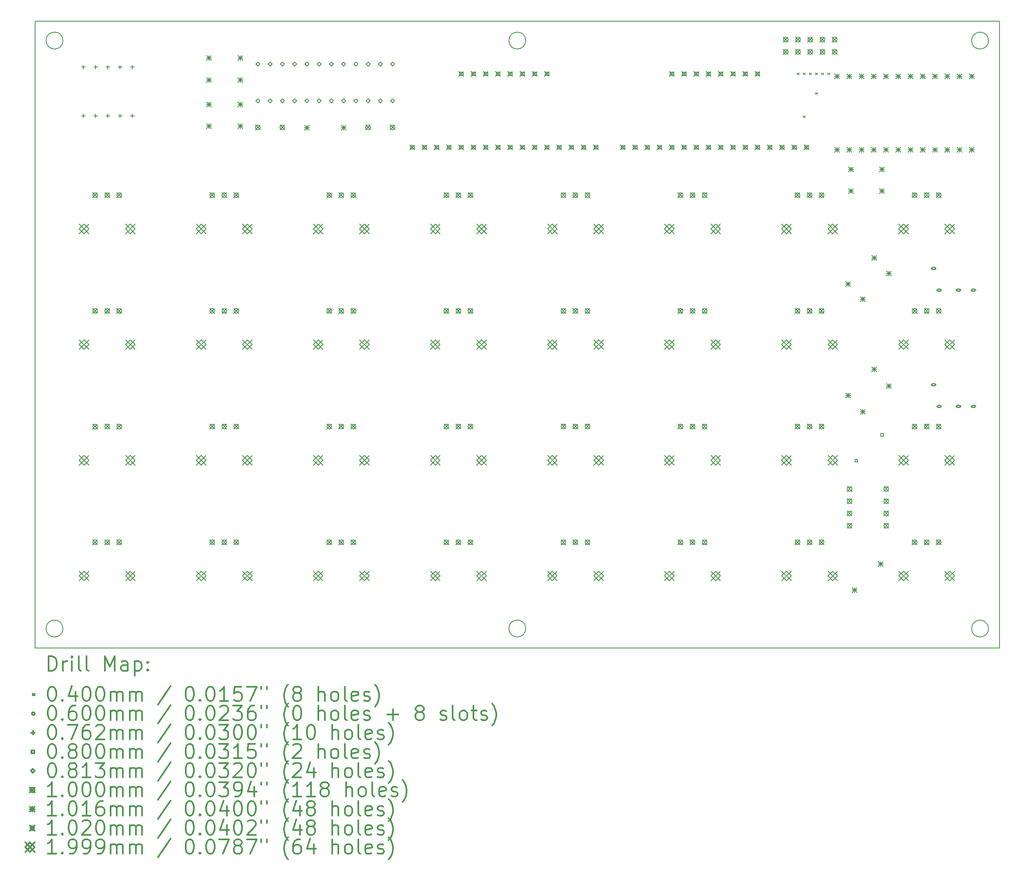
<source format=gbr>
%FSLAX45Y45*%
G04 Gerber Fmt 4.5, Leading zero omitted, Abs format (unit mm)*
G04 Created by KiCad (PCBNEW (5.1.10-1-10_14)) date 2021-10-10 16:36:36*
%MOMM*%
%LPD*%
G01*
G04 APERTURE LIST*
%TA.AperFunction,Profile*%
%ADD10C,0.200000*%
%TD*%
%ADD11C,0.200000*%
%ADD12C,0.300000*%
G04 APERTURE END LIST*
D10*
X22619800Y-2635231D02*
G75*
G03*
X22619800Y-2635231I-175000J0D01*
G01*
X13019800Y-2635231D02*
G75*
G03*
X13019800Y-2635231I-175000J0D01*
G01*
X3419800Y-2635231D02*
G75*
G03*
X3419800Y-2635231I-175000J0D01*
G01*
X2844800Y-2235241D02*
X2844800Y-15235200D01*
X22619800Y-14835231D02*
G75*
G03*
X22619800Y-14835231I-175000J0D01*
G01*
X13019800Y-14835231D02*
G75*
G03*
X13019800Y-14835231I-175000J0D01*
G01*
X3419800Y-14835231D02*
G75*
G03*
X3419800Y-14835231I-175000J0D01*
G01*
X22844764Y-15235200D02*
X22844764Y-2235241D01*
X22844764Y-2235241D02*
X2844800Y-2235241D01*
X2844800Y-15235200D02*
X22844764Y-15235200D01*
D11*
X18649000Y-3307400D02*
X18689000Y-3347400D01*
X18689000Y-3307400D02*
X18649000Y-3347400D01*
X18776000Y-3307400D02*
X18816000Y-3347400D01*
X18816000Y-3307400D02*
X18776000Y-3347400D01*
X18776000Y-4196400D02*
X18816000Y-4236400D01*
X18816000Y-4196400D02*
X18776000Y-4236400D01*
X18903000Y-3307400D02*
X18943000Y-3347400D01*
X18943000Y-3307400D02*
X18903000Y-3347400D01*
X19030000Y-3713800D02*
X19070000Y-3753800D01*
X19070000Y-3713800D02*
X19030000Y-3753800D01*
X19030000Y-3307400D02*
X19070000Y-3347400D01*
X19070000Y-3307400D02*
X19030000Y-3347400D01*
X19157000Y-3307400D02*
X19197000Y-3347400D01*
X19197000Y-3307400D02*
X19157000Y-3347400D01*
X19284000Y-3307399D02*
X19324000Y-3347399D01*
X19324000Y-3307399D02*
X19284000Y-3347399D01*
X21511800Y-7363800D02*
G75*
G03*
X21511800Y-7363800I-30000J0D01*
G01*
X21451800Y-7383800D02*
X21511800Y-7383800D01*
X21451800Y-7343800D02*
X21511800Y-7343800D01*
X21511800Y-7383800D02*
G75*
G03*
X21511800Y-7343800I0J20000D01*
G01*
X21451800Y-7343800D02*
G75*
G03*
X21451800Y-7383800I0J-20000D01*
G01*
X21511800Y-9776800D02*
G75*
G03*
X21511800Y-9776800I-30000J0D01*
G01*
X21451800Y-9796800D02*
X21511800Y-9796800D01*
X21451800Y-9756800D02*
X21511800Y-9756800D01*
X21511800Y-9796800D02*
G75*
G03*
X21511800Y-9756800I0J20000D01*
G01*
X21451800Y-9756800D02*
G75*
G03*
X21451800Y-9796800I0J-20000D01*
G01*
X21626800Y-7813800D02*
G75*
G03*
X21626800Y-7813800I-30000J0D01*
G01*
X21566800Y-7833800D02*
X21626800Y-7833800D01*
X21566800Y-7793800D02*
X21626800Y-7793800D01*
X21626800Y-7833800D02*
G75*
G03*
X21626800Y-7793800I0J20000D01*
G01*
X21566800Y-7793800D02*
G75*
G03*
X21566800Y-7833800I0J-20000D01*
G01*
X21626800Y-10226800D02*
G75*
G03*
X21626800Y-10226800I-30000J0D01*
G01*
X21566800Y-10246800D02*
X21626800Y-10246800D01*
X21566800Y-10206800D02*
X21626800Y-10206800D01*
X21626800Y-10246800D02*
G75*
G03*
X21626800Y-10206800I0J20000D01*
G01*
X21566800Y-10206800D02*
G75*
G03*
X21566800Y-10246800I0J-20000D01*
G01*
X22026800Y-7813800D02*
G75*
G03*
X22026800Y-7813800I-30000J0D01*
G01*
X21966800Y-7833800D02*
X22026800Y-7833800D01*
X21966800Y-7793800D02*
X22026800Y-7793800D01*
X22026800Y-7833800D02*
G75*
G03*
X22026800Y-7793800I0J20000D01*
G01*
X21966800Y-7793800D02*
G75*
G03*
X21966800Y-7833800I0J-20000D01*
G01*
X22026800Y-10226800D02*
G75*
G03*
X22026800Y-10226800I-30000J0D01*
G01*
X21966800Y-10246800D02*
X22026800Y-10246800D01*
X21966800Y-10206800D02*
X22026800Y-10206800D01*
X22026800Y-10246800D02*
G75*
G03*
X22026800Y-10206800I0J20000D01*
G01*
X21966800Y-10206800D02*
G75*
G03*
X21966800Y-10246800I0J-20000D01*
G01*
X22336800Y-7813800D02*
G75*
G03*
X22336800Y-7813800I-30000J0D01*
G01*
X22276800Y-7833800D02*
X22336800Y-7833800D01*
X22276800Y-7793800D02*
X22336800Y-7793800D01*
X22336800Y-7833800D02*
G75*
G03*
X22336800Y-7793800I0J20000D01*
G01*
X22276800Y-7793800D02*
G75*
G03*
X22276800Y-7833800I0J-20000D01*
G01*
X22336800Y-10226800D02*
G75*
G03*
X22336800Y-10226800I-30000J0D01*
G01*
X22276800Y-10246800D02*
X22336800Y-10246800D01*
X22276800Y-10206800D02*
X22336800Y-10206800D01*
X22336800Y-10246800D02*
G75*
G03*
X22336800Y-10206800I0J20000D01*
G01*
X22276800Y-10206800D02*
G75*
G03*
X22276800Y-10246800I0J-20000D01*
G01*
X3842800Y-3145100D02*
X3842800Y-3221300D01*
X3804700Y-3183200D02*
X3880900Y-3183200D01*
X3842800Y-4157100D02*
X3842800Y-4233300D01*
X3804700Y-4195200D02*
X3880900Y-4195200D01*
X4096800Y-3145100D02*
X4096800Y-3221300D01*
X4058700Y-3183200D02*
X4134900Y-3183200D01*
X4096800Y-4157100D02*
X4096800Y-4233300D01*
X4058700Y-4195200D02*
X4134900Y-4195200D01*
X4350800Y-3145100D02*
X4350800Y-3221300D01*
X4312700Y-3183200D02*
X4388900Y-3183200D01*
X4350800Y-4157100D02*
X4350800Y-4233300D01*
X4312700Y-4195200D02*
X4388900Y-4195200D01*
X4604800Y-3145100D02*
X4604800Y-3221300D01*
X4566700Y-3183200D02*
X4642900Y-3183200D01*
X4604800Y-4157100D02*
X4604800Y-4233300D01*
X4566700Y-4195200D02*
X4642900Y-4195200D01*
X4858800Y-3145100D02*
X4858800Y-3221300D01*
X4820700Y-3183200D02*
X4896900Y-3183200D01*
X4858800Y-4157100D02*
X4858800Y-4233300D01*
X4820700Y-4195200D02*
X4896900Y-4195200D01*
X19905585Y-11380984D02*
X19905585Y-11324415D01*
X19849016Y-11324415D01*
X19849016Y-11380984D01*
X19905585Y-11380984D01*
X20444400Y-10842169D02*
X20444400Y-10785600D01*
X20387831Y-10785600D01*
X20387831Y-10842169D01*
X20444400Y-10842169D01*
X7462800Y-3164840D02*
X7503440Y-3124200D01*
X7462800Y-3083560D01*
X7422160Y-3124200D01*
X7462800Y-3164840D01*
X7462800Y-3926840D02*
X7503440Y-3886200D01*
X7462800Y-3845560D01*
X7422160Y-3886200D01*
X7462800Y-3926840D01*
X7716800Y-3164840D02*
X7757440Y-3124200D01*
X7716800Y-3083560D01*
X7676160Y-3124200D01*
X7716800Y-3164840D01*
X7716800Y-3926840D02*
X7757440Y-3886200D01*
X7716800Y-3845560D01*
X7676160Y-3886200D01*
X7716800Y-3926840D01*
X7970800Y-3164840D02*
X8011440Y-3124200D01*
X7970800Y-3083560D01*
X7930160Y-3124200D01*
X7970800Y-3164840D01*
X7970800Y-3926840D02*
X8011440Y-3886200D01*
X7970800Y-3845560D01*
X7930160Y-3886200D01*
X7970800Y-3926840D01*
X8224800Y-3164840D02*
X8265440Y-3124200D01*
X8224800Y-3083560D01*
X8184160Y-3124200D01*
X8224800Y-3164840D01*
X8224800Y-3926840D02*
X8265440Y-3886200D01*
X8224800Y-3845560D01*
X8184160Y-3886200D01*
X8224800Y-3926840D01*
X8478800Y-3164840D02*
X8519440Y-3124200D01*
X8478800Y-3083560D01*
X8438160Y-3124200D01*
X8478800Y-3164840D01*
X8478800Y-3926840D02*
X8519440Y-3886200D01*
X8478800Y-3845560D01*
X8438160Y-3886200D01*
X8478800Y-3926840D01*
X8732800Y-3164840D02*
X8773440Y-3124200D01*
X8732800Y-3083560D01*
X8692160Y-3124200D01*
X8732800Y-3164840D01*
X8732800Y-3926840D02*
X8773440Y-3886200D01*
X8732800Y-3845560D01*
X8692160Y-3886200D01*
X8732800Y-3926840D01*
X8986800Y-3164840D02*
X9027440Y-3124200D01*
X8986800Y-3083560D01*
X8946160Y-3124200D01*
X8986800Y-3164840D01*
X8986800Y-3926840D02*
X9027440Y-3886200D01*
X8986800Y-3845560D01*
X8946160Y-3886200D01*
X8986800Y-3926840D01*
X9240800Y-3164840D02*
X9281440Y-3124200D01*
X9240800Y-3083560D01*
X9200160Y-3124200D01*
X9240800Y-3164840D01*
X9240800Y-3926840D02*
X9281440Y-3886200D01*
X9240800Y-3845560D01*
X9200160Y-3886200D01*
X9240800Y-3926840D01*
X9494800Y-3164840D02*
X9535440Y-3124200D01*
X9494800Y-3083560D01*
X9454160Y-3124200D01*
X9494800Y-3164840D01*
X9494800Y-3926840D02*
X9535440Y-3886200D01*
X9494800Y-3845560D01*
X9454160Y-3886200D01*
X9494800Y-3926840D01*
X9748800Y-3164840D02*
X9789440Y-3124200D01*
X9748800Y-3083560D01*
X9708160Y-3124200D01*
X9748800Y-3164840D01*
X9748800Y-3926840D02*
X9789440Y-3886200D01*
X9748800Y-3845560D01*
X9708160Y-3886200D01*
X9748800Y-3926840D01*
X10002800Y-3164840D02*
X10043440Y-3124200D01*
X10002800Y-3083560D01*
X9962160Y-3124200D01*
X10002800Y-3164840D01*
X10002800Y-3926840D02*
X10043440Y-3886200D01*
X10002800Y-3845560D01*
X9962160Y-3886200D01*
X10002800Y-3926840D01*
X10256800Y-3164840D02*
X10297440Y-3124200D01*
X10256800Y-3083560D01*
X10216160Y-3124200D01*
X10256800Y-3164840D01*
X10256800Y-3926840D02*
X10297440Y-3886200D01*
X10256800Y-3845560D01*
X10216160Y-3886200D01*
X10256800Y-3926840D01*
X4038000Y-5794000D02*
X4138000Y-5894000D01*
X4138000Y-5794000D02*
X4038000Y-5894000D01*
X4138000Y-5844000D02*
G75*
G03*
X4138000Y-5844000I-50000J0D01*
G01*
X4038000Y-8194000D02*
X4138000Y-8294000D01*
X4138000Y-8194000D02*
X4038000Y-8294000D01*
X4138000Y-8244000D02*
G75*
G03*
X4138000Y-8244000I-50000J0D01*
G01*
X4038000Y-10594000D02*
X4138000Y-10694000D01*
X4138000Y-10594000D02*
X4038000Y-10694000D01*
X4138000Y-10644000D02*
G75*
G03*
X4138000Y-10644000I-50000J0D01*
G01*
X4038000Y-12994000D02*
X4138000Y-13094000D01*
X4138000Y-12994000D02*
X4038000Y-13094000D01*
X4138000Y-13044000D02*
G75*
G03*
X4138000Y-13044000I-50000J0D01*
G01*
X4288000Y-5794000D02*
X4388000Y-5894000D01*
X4388000Y-5794000D02*
X4288000Y-5894000D01*
X4388000Y-5844000D02*
G75*
G03*
X4388000Y-5844000I-50000J0D01*
G01*
X4288000Y-8194000D02*
X4388000Y-8294000D01*
X4388000Y-8194000D02*
X4288000Y-8294000D01*
X4388000Y-8244000D02*
G75*
G03*
X4388000Y-8244000I-50000J0D01*
G01*
X4288000Y-10594000D02*
X4388000Y-10694000D01*
X4388000Y-10594000D02*
X4288000Y-10694000D01*
X4388000Y-10644000D02*
G75*
G03*
X4388000Y-10644000I-50000J0D01*
G01*
X4288000Y-12994000D02*
X4388000Y-13094000D01*
X4388000Y-12994000D02*
X4288000Y-13094000D01*
X4388000Y-13044000D02*
G75*
G03*
X4388000Y-13044000I-50000J0D01*
G01*
X4538000Y-5794000D02*
X4638000Y-5894000D01*
X4638000Y-5794000D02*
X4538000Y-5894000D01*
X4638000Y-5844000D02*
G75*
G03*
X4638000Y-5844000I-50000J0D01*
G01*
X4538000Y-8194000D02*
X4638000Y-8294000D01*
X4638000Y-8194000D02*
X4538000Y-8294000D01*
X4638000Y-8244000D02*
G75*
G03*
X4638000Y-8244000I-50000J0D01*
G01*
X4538000Y-10594000D02*
X4638000Y-10694000D01*
X4638000Y-10594000D02*
X4538000Y-10694000D01*
X4638000Y-10644000D02*
G75*
G03*
X4638000Y-10644000I-50000J0D01*
G01*
X4538000Y-12994000D02*
X4638000Y-13094000D01*
X4638000Y-12994000D02*
X4538000Y-13094000D01*
X4638000Y-13044000D02*
G75*
G03*
X4638000Y-13044000I-50000J0D01*
G01*
X6466600Y-5794000D02*
X6566600Y-5894000D01*
X6566600Y-5794000D02*
X6466600Y-5894000D01*
X6566600Y-5844000D02*
G75*
G03*
X6566600Y-5844000I-50000J0D01*
G01*
X6466600Y-8194000D02*
X6566600Y-8294000D01*
X6566600Y-8194000D02*
X6466600Y-8294000D01*
X6566600Y-8244000D02*
G75*
G03*
X6566600Y-8244000I-50000J0D01*
G01*
X6466600Y-10594000D02*
X6566600Y-10694000D01*
X6566600Y-10594000D02*
X6466600Y-10694000D01*
X6566600Y-10644000D02*
G75*
G03*
X6566600Y-10644000I-50000J0D01*
G01*
X6466600Y-12994000D02*
X6566600Y-13094000D01*
X6566600Y-12994000D02*
X6466600Y-13094000D01*
X6566600Y-13044000D02*
G75*
G03*
X6566600Y-13044000I-50000J0D01*
G01*
X6716600Y-5794000D02*
X6816600Y-5894000D01*
X6816600Y-5794000D02*
X6716600Y-5894000D01*
X6816600Y-5844000D02*
G75*
G03*
X6816600Y-5844000I-50000J0D01*
G01*
X6716600Y-8194000D02*
X6816600Y-8294000D01*
X6816600Y-8194000D02*
X6716600Y-8294000D01*
X6816600Y-8244000D02*
G75*
G03*
X6816600Y-8244000I-50000J0D01*
G01*
X6716600Y-10594000D02*
X6816600Y-10694000D01*
X6816600Y-10594000D02*
X6716600Y-10694000D01*
X6816600Y-10644000D02*
G75*
G03*
X6816600Y-10644000I-50000J0D01*
G01*
X6716600Y-12994000D02*
X6816600Y-13094000D01*
X6816600Y-12994000D02*
X6716600Y-13094000D01*
X6816600Y-13044000D02*
G75*
G03*
X6816600Y-13044000I-50000J0D01*
G01*
X6966600Y-5794000D02*
X7066600Y-5894000D01*
X7066600Y-5794000D02*
X6966600Y-5894000D01*
X7066600Y-5844000D02*
G75*
G03*
X7066600Y-5844000I-50000J0D01*
G01*
X6966600Y-8194000D02*
X7066600Y-8294000D01*
X7066600Y-8194000D02*
X6966600Y-8294000D01*
X7066600Y-8244000D02*
G75*
G03*
X7066600Y-8244000I-50000J0D01*
G01*
X6966600Y-10594000D02*
X7066600Y-10694000D01*
X7066600Y-10594000D02*
X6966600Y-10694000D01*
X7066600Y-10644000D02*
G75*
G03*
X7066600Y-10644000I-50000J0D01*
G01*
X6966600Y-12994000D02*
X7066600Y-13094000D01*
X7066600Y-12994000D02*
X6966600Y-13094000D01*
X7066600Y-13044000D02*
G75*
G03*
X7066600Y-13044000I-50000J0D01*
G01*
X7412800Y-4388600D02*
X7512800Y-4488600D01*
X7512800Y-4388600D02*
X7412800Y-4488600D01*
X7512800Y-4438600D02*
G75*
G03*
X7512800Y-4438600I-50000J0D01*
G01*
X7920800Y-4388600D02*
X8020800Y-4488600D01*
X8020800Y-4388600D02*
X7920800Y-4488600D01*
X8020800Y-4438600D02*
G75*
G03*
X8020800Y-4438600I-50000J0D01*
G01*
X8895200Y-5794000D02*
X8995200Y-5894000D01*
X8995200Y-5794000D02*
X8895200Y-5894000D01*
X8995200Y-5844000D02*
G75*
G03*
X8995200Y-5844000I-50000J0D01*
G01*
X8895200Y-8194000D02*
X8995200Y-8294000D01*
X8995200Y-8194000D02*
X8895200Y-8294000D01*
X8995200Y-8244000D02*
G75*
G03*
X8995200Y-8244000I-50000J0D01*
G01*
X8895200Y-10594000D02*
X8995200Y-10694000D01*
X8995200Y-10594000D02*
X8895200Y-10694000D01*
X8995200Y-10644000D02*
G75*
G03*
X8995200Y-10644000I-50000J0D01*
G01*
X8895200Y-12994000D02*
X8995200Y-13094000D01*
X8995200Y-12994000D02*
X8895200Y-13094000D01*
X8995200Y-13044000D02*
G75*
G03*
X8995200Y-13044000I-50000J0D01*
G01*
X9145200Y-5794000D02*
X9245200Y-5894000D01*
X9245200Y-5794000D02*
X9145200Y-5894000D01*
X9245200Y-5844000D02*
G75*
G03*
X9245200Y-5844000I-50000J0D01*
G01*
X9145200Y-8194000D02*
X9245200Y-8294000D01*
X9245200Y-8194000D02*
X9145200Y-8294000D01*
X9245200Y-8244000D02*
G75*
G03*
X9245200Y-8244000I-50000J0D01*
G01*
X9145200Y-10594000D02*
X9245200Y-10694000D01*
X9245200Y-10594000D02*
X9145200Y-10694000D01*
X9245200Y-10644000D02*
G75*
G03*
X9245200Y-10644000I-50000J0D01*
G01*
X9145200Y-12994000D02*
X9245200Y-13094000D01*
X9245200Y-12994000D02*
X9145200Y-13094000D01*
X9245200Y-13044000D02*
G75*
G03*
X9245200Y-13044000I-50000J0D01*
G01*
X9395200Y-5794000D02*
X9495200Y-5894000D01*
X9495200Y-5794000D02*
X9395200Y-5894000D01*
X9495200Y-5844000D02*
G75*
G03*
X9495200Y-5844000I-50000J0D01*
G01*
X9395200Y-8194000D02*
X9495200Y-8294000D01*
X9495200Y-8194000D02*
X9395200Y-8294000D01*
X9495200Y-8244000D02*
G75*
G03*
X9495200Y-8244000I-50000J0D01*
G01*
X9395200Y-10594000D02*
X9495200Y-10694000D01*
X9495200Y-10594000D02*
X9395200Y-10694000D01*
X9495200Y-10644000D02*
G75*
G03*
X9495200Y-10644000I-50000J0D01*
G01*
X9395200Y-12994000D02*
X9495200Y-13094000D01*
X9495200Y-12994000D02*
X9395200Y-13094000D01*
X9495200Y-13044000D02*
G75*
G03*
X9495200Y-13044000I-50000J0D01*
G01*
X9698800Y-4388600D02*
X9798800Y-4488600D01*
X9798800Y-4388600D02*
X9698800Y-4488600D01*
X9798800Y-4438600D02*
G75*
G03*
X9798800Y-4438600I-50000J0D01*
G01*
X10206800Y-4388600D02*
X10306800Y-4488600D01*
X10306800Y-4388600D02*
X10206800Y-4488600D01*
X10306800Y-4438600D02*
G75*
G03*
X10306800Y-4438600I-50000J0D01*
G01*
X11323800Y-5794000D02*
X11423800Y-5894000D01*
X11423800Y-5794000D02*
X11323800Y-5894000D01*
X11423800Y-5844000D02*
G75*
G03*
X11423800Y-5844000I-50000J0D01*
G01*
X11323800Y-8194000D02*
X11423800Y-8294000D01*
X11423800Y-8194000D02*
X11323800Y-8294000D01*
X11423800Y-8244000D02*
G75*
G03*
X11423800Y-8244000I-50000J0D01*
G01*
X11323800Y-10594000D02*
X11423800Y-10694000D01*
X11423800Y-10594000D02*
X11323800Y-10694000D01*
X11423800Y-10644000D02*
G75*
G03*
X11423800Y-10644000I-50000J0D01*
G01*
X11323800Y-12994000D02*
X11423800Y-13094000D01*
X11423800Y-12994000D02*
X11323800Y-13094000D01*
X11423800Y-13044000D02*
G75*
G03*
X11423800Y-13044000I-50000J0D01*
G01*
X11573800Y-5794000D02*
X11673800Y-5894000D01*
X11673800Y-5794000D02*
X11573800Y-5894000D01*
X11673800Y-5844000D02*
G75*
G03*
X11673800Y-5844000I-50000J0D01*
G01*
X11573800Y-8194000D02*
X11673800Y-8294000D01*
X11673800Y-8194000D02*
X11573800Y-8294000D01*
X11673800Y-8244000D02*
G75*
G03*
X11673800Y-8244000I-50000J0D01*
G01*
X11573800Y-10594000D02*
X11673800Y-10694000D01*
X11673800Y-10594000D02*
X11573800Y-10694000D01*
X11673800Y-10644000D02*
G75*
G03*
X11673800Y-10644000I-50000J0D01*
G01*
X11573800Y-12994000D02*
X11673800Y-13094000D01*
X11673800Y-12994000D02*
X11573800Y-13094000D01*
X11673800Y-13044000D02*
G75*
G03*
X11673800Y-13044000I-50000J0D01*
G01*
X11823800Y-5794000D02*
X11923800Y-5894000D01*
X11923800Y-5794000D02*
X11823800Y-5894000D01*
X11923800Y-5844000D02*
G75*
G03*
X11923800Y-5844000I-50000J0D01*
G01*
X11823800Y-8194000D02*
X11923800Y-8294000D01*
X11923800Y-8194000D02*
X11823800Y-8294000D01*
X11923800Y-8244000D02*
G75*
G03*
X11923800Y-8244000I-50000J0D01*
G01*
X11823800Y-10594000D02*
X11923800Y-10694000D01*
X11923800Y-10594000D02*
X11823800Y-10694000D01*
X11923800Y-10644000D02*
G75*
G03*
X11923800Y-10644000I-50000J0D01*
G01*
X11823800Y-12994000D02*
X11923800Y-13094000D01*
X11923800Y-12994000D02*
X11823800Y-13094000D01*
X11923800Y-13044000D02*
G75*
G03*
X11923800Y-13044000I-50000J0D01*
G01*
X13752400Y-5794000D02*
X13852400Y-5894000D01*
X13852400Y-5794000D02*
X13752400Y-5894000D01*
X13852400Y-5844000D02*
G75*
G03*
X13852400Y-5844000I-50000J0D01*
G01*
X13752400Y-8194000D02*
X13852400Y-8294000D01*
X13852400Y-8194000D02*
X13752400Y-8294000D01*
X13852400Y-8244000D02*
G75*
G03*
X13852400Y-8244000I-50000J0D01*
G01*
X13752400Y-10594000D02*
X13852400Y-10694000D01*
X13852400Y-10594000D02*
X13752400Y-10694000D01*
X13852400Y-10644000D02*
G75*
G03*
X13852400Y-10644000I-50000J0D01*
G01*
X13752400Y-12994000D02*
X13852400Y-13094000D01*
X13852400Y-12994000D02*
X13752400Y-13094000D01*
X13852400Y-13044000D02*
G75*
G03*
X13852400Y-13044000I-50000J0D01*
G01*
X14002400Y-5794000D02*
X14102400Y-5894000D01*
X14102400Y-5794000D02*
X14002400Y-5894000D01*
X14102400Y-5844000D02*
G75*
G03*
X14102400Y-5844000I-50000J0D01*
G01*
X14002400Y-8194000D02*
X14102400Y-8294000D01*
X14102400Y-8194000D02*
X14002400Y-8294000D01*
X14102400Y-8244000D02*
G75*
G03*
X14102400Y-8244000I-50000J0D01*
G01*
X14002400Y-10594000D02*
X14102400Y-10694000D01*
X14102400Y-10594000D02*
X14002400Y-10694000D01*
X14102400Y-10644000D02*
G75*
G03*
X14102400Y-10644000I-50000J0D01*
G01*
X14002400Y-12994000D02*
X14102400Y-13094000D01*
X14102400Y-12994000D02*
X14002400Y-13094000D01*
X14102400Y-13044000D02*
G75*
G03*
X14102400Y-13044000I-50000J0D01*
G01*
X14252400Y-5794000D02*
X14352400Y-5894000D01*
X14352400Y-5794000D02*
X14252400Y-5894000D01*
X14352400Y-5844000D02*
G75*
G03*
X14352400Y-5844000I-50000J0D01*
G01*
X14252400Y-8194000D02*
X14352400Y-8294000D01*
X14352400Y-8194000D02*
X14252400Y-8294000D01*
X14352400Y-8244000D02*
G75*
G03*
X14352400Y-8244000I-50000J0D01*
G01*
X14252400Y-10594000D02*
X14352400Y-10694000D01*
X14352400Y-10594000D02*
X14252400Y-10694000D01*
X14352400Y-10644000D02*
G75*
G03*
X14352400Y-10644000I-50000J0D01*
G01*
X14252400Y-12994000D02*
X14352400Y-13094000D01*
X14352400Y-12994000D02*
X14252400Y-13094000D01*
X14352400Y-13044000D02*
G75*
G03*
X14352400Y-13044000I-50000J0D01*
G01*
X16181000Y-5794000D02*
X16281000Y-5894000D01*
X16281000Y-5794000D02*
X16181000Y-5894000D01*
X16281000Y-5844000D02*
G75*
G03*
X16281000Y-5844000I-50000J0D01*
G01*
X16181000Y-8194000D02*
X16281000Y-8294000D01*
X16281000Y-8194000D02*
X16181000Y-8294000D01*
X16281000Y-8244000D02*
G75*
G03*
X16281000Y-8244000I-50000J0D01*
G01*
X16181000Y-10594000D02*
X16281000Y-10694000D01*
X16281000Y-10594000D02*
X16181000Y-10694000D01*
X16281000Y-10644000D02*
G75*
G03*
X16281000Y-10644000I-50000J0D01*
G01*
X16181000Y-12994000D02*
X16281000Y-13094000D01*
X16281000Y-12994000D02*
X16181000Y-13094000D01*
X16281000Y-13044000D02*
G75*
G03*
X16281000Y-13044000I-50000J0D01*
G01*
X16431000Y-5794000D02*
X16531000Y-5894000D01*
X16531000Y-5794000D02*
X16431000Y-5894000D01*
X16531000Y-5844000D02*
G75*
G03*
X16531000Y-5844000I-50000J0D01*
G01*
X16431000Y-8194000D02*
X16531000Y-8294000D01*
X16531000Y-8194000D02*
X16431000Y-8294000D01*
X16531000Y-8244000D02*
G75*
G03*
X16531000Y-8244000I-50000J0D01*
G01*
X16431000Y-10594000D02*
X16531000Y-10694000D01*
X16531000Y-10594000D02*
X16431000Y-10694000D01*
X16531000Y-10644000D02*
G75*
G03*
X16531000Y-10644000I-50000J0D01*
G01*
X16431000Y-12994000D02*
X16531000Y-13094000D01*
X16531000Y-12994000D02*
X16431000Y-13094000D01*
X16531000Y-13044000D02*
G75*
G03*
X16531000Y-13044000I-50000J0D01*
G01*
X16681000Y-5794000D02*
X16781000Y-5894000D01*
X16781000Y-5794000D02*
X16681000Y-5894000D01*
X16781000Y-5844000D02*
G75*
G03*
X16781000Y-5844000I-50000J0D01*
G01*
X16681000Y-8194000D02*
X16781000Y-8294000D01*
X16781000Y-8194000D02*
X16681000Y-8294000D01*
X16781000Y-8244000D02*
G75*
G03*
X16781000Y-8244000I-50000J0D01*
G01*
X16681000Y-10594000D02*
X16781000Y-10694000D01*
X16781000Y-10594000D02*
X16681000Y-10694000D01*
X16781000Y-10644000D02*
G75*
G03*
X16781000Y-10644000I-50000J0D01*
G01*
X16681000Y-12994000D02*
X16781000Y-13094000D01*
X16781000Y-12994000D02*
X16681000Y-13094000D01*
X16781000Y-13044000D02*
G75*
G03*
X16781000Y-13044000I-50000J0D01*
G01*
X18365000Y-2566200D02*
X18465000Y-2666200D01*
X18465000Y-2566200D02*
X18365000Y-2666200D01*
X18465000Y-2616200D02*
G75*
G03*
X18465000Y-2616200I-50000J0D01*
G01*
X18365000Y-2820200D02*
X18465000Y-2920200D01*
X18465000Y-2820200D02*
X18365000Y-2920200D01*
X18465000Y-2870200D02*
G75*
G03*
X18465000Y-2870200I-50000J0D01*
G01*
X18609600Y-5794000D02*
X18709600Y-5894000D01*
X18709600Y-5794000D02*
X18609600Y-5894000D01*
X18709600Y-5844000D02*
G75*
G03*
X18709600Y-5844000I-50000J0D01*
G01*
X18609600Y-8194000D02*
X18709600Y-8294000D01*
X18709600Y-8194000D02*
X18609600Y-8294000D01*
X18709600Y-8244000D02*
G75*
G03*
X18709600Y-8244000I-50000J0D01*
G01*
X18609600Y-10594000D02*
X18709600Y-10694000D01*
X18709600Y-10594000D02*
X18609600Y-10694000D01*
X18709600Y-10644000D02*
G75*
G03*
X18709600Y-10644000I-50000J0D01*
G01*
X18609600Y-12994000D02*
X18709600Y-13094000D01*
X18709600Y-12994000D02*
X18609600Y-13094000D01*
X18709600Y-13044000D02*
G75*
G03*
X18709600Y-13044000I-50000J0D01*
G01*
X18619000Y-2566200D02*
X18719000Y-2666200D01*
X18719000Y-2566200D02*
X18619000Y-2666200D01*
X18719000Y-2616200D02*
G75*
G03*
X18719000Y-2616200I-50000J0D01*
G01*
X18619000Y-2820200D02*
X18719000Y-2920200D01*
X18719000Y-2820200D02*
X18619000Y-2920200D01*
X18719000Y-2870200D02*
G75*
G03*
X18719000Y-2870200I-50000J0D01*
G01*
X18859600Y-5794000D02*
X18959600Y-5894000D01*
X18959600Y-5794000D02*
X18859600Y-5894000D01*
X18959600Y-5844000D02*
G75*
G03*
X18959600Y-5844000I-50000J0D01*
G01*
X18859600Y-8194000D02*
X18959600Y-8294000D01*
X18959600Y-8194000D02*
X18859600Y-8294000D01*
X18959600Y-8244000D02*
G75*
G03*
X18959600Y-8244000I-50000J0D01*
G01*
X18859600Y-10594000D02*
X18959600Y-10694000D01*
X18959600Y-10594000D02*
X18859600Y-10694000D01*
X18959600Y-10644000D02*
G75*
G03*
X18959600Y-10644000I-50000J0D01*
G01*
X18859600Y-12994000D02*
X18959600Y-13094000D01*
X18959600Y-12994000D02*
X18859600Y-13094000D01*
X18959600Y-13044000D02*
G75*
G03*
X18959600Y-13044000I-50000J0D01*
G01*
X18873000Y-2566200D02*
X18973000Y-2666200D01*
X18973000Y-2566200D02*
X18873000Y-2666200D01*
X18973000Y-2616200D02*
G75*
G03*
X18973000Y-2616200I-50000J0D01*
G01*
X18873000Y-2820200D02*
X18973000Y-2920200D01*
X18973000Y-2820200D02*
X18873000Y-2920200D01*
X18973000Y-2870200D02*
G75*
G03*
X18973000Y-2870200I-50000J0D01*
G01*
X19109600Y-5794000D02*
X19209600Y-5894000D01*
X19209600Y-5794000D02*
X19109600Y-5894000D01*
X19209600Y-5844000D02*
G75*
G03*
X19209600Y-5844000I-50000J0D01*
G01*
X19109600Y-8194000D02*
X19209600Y-8294000D01*
X19209600Y-8194000D02*
X19109600Y-8294000D01*
X19209600Y-8244000D02*
G75*
G03*
X19209600Y-8244000I-50000J0D01*
G01*
X19109600Y-10594000D02*
X19209600Y-10694000D01*
X19209600Y-10594000D02*
X19109600Y-10694000D01*
X19209600Y-10644000D02*
G75*
G03*
X19209600Y-10644000I-50000J0D01*
G01*
X19109600Y-12994000D02*
X19209600Y-13094000D01*
X19209600Y-12994000D02*
X19109600Y-13094000D01*
X19209600Y-13044000D02*
G75*
G03*
X19209600Y-13044000I-50000J0D01*
G01*
X19127000Y-2566200D02*
X19227000Y-2666200D01*
X19227000Y-2566200D02*
X19127000Y-2666200D01*
X19227000Y-2616200D02*
G75*
G03*
X19227000Y-2616200I-50000J0D01*
G01*
X19127000Y-2820200D02*
X19227000Y-2920200D01*
X19227000Y-2820200D02*
X19127000Y-2920200D01*
X19227000Y-2870200D02*
G75*
G03*
X19227000Y-2870200I-50000J0D01*
G01*
X19381000Y-2566200D02*
X19481000Y-2666200D01*
X19481000Y-2566200D02*
X19381000Y-2666200D01*
X19481000Y-2616200D02*
G75*
G03*
X19481000Y-2616200I-50000J0D01*
G01*
X19381000Y-2820200D02*
X19481000Y-2920200D01*
X19481000Y-2820200D02*
X19381000Y-2920200D01*
X19481000Y-2870200D02*
G75*
G03*
X19481000Y-2870200I-50000J0D01*
G01*
X19687070Y-11890540D02*
X19787070Y-11990540D01*
X19787070Y-11890540D02*
X19687070Y-11990540D01*
X19787070Y-11940540D02*
G75*
G03*
X19787070Y-11940540I-50000J0D01*
G01*
X19687070Y-12144540D02*
X19787070Y-12244540D01*
X19787070Y-12144540D02*
X19687070Y-12244540D01*
X19787070Y-12194540D02*
G75*
G03*
X19787070Y-12194540I-50000J0D01*
G01*
X19687070Y-12398540D02*
X19787070Y-12498540D01*
X19787070Y-12398540D02*
X19687070Y-12498540D01*
X19787070Y-12448540D02*
G75*
G03*
X19787070Y-12448540I-50000J0D01*
G01*
X19687070Y-12652540D02*
X19787070Y-12752540D01*
X19787070Y-12652540D02*
X19687070Y-12752540D01*
X19787070Y-12702540D02*
G75*
G03*
X19787070Y-12702540I-50000J0D01*
G01*
X20449070Y-11890540D02*
X20549070Y-11990540D01*
X20549070Y-11890540D02*
X20449070Y-11990540D01*
X20549070Y-11940540D02*
G75*
G03*
X20549070Y-11940540I-50000J0D01*
G01*
X20449070Y-12144540D02*
X20549070Y-12244540D01*
X20549070Y-12144540D02*
X20449070Y-12244540D01*
X20549070Y-12194540D02*
G75*
G03*
X20549070Y-12194540I-50000J0D01*
G01*
X20449070Y-12398540D02*
X20549070Y-12498540D01*
X20549070Y-12398540D02*
X20449070Y-12498540D01*
X20549070Y-12448540D02*
G75*
G03*
X20549070Y-12448540I-50000J0D01*
G01*
X20449070Y-12652540D02*
X20549070Y-12752540D01*
X20549070Y-12652540D02*
X20449070Y-12752540D01*
X20549070Y-12702540D02*
G75*
G03*
X20549070Y-12702540I-50000J0D01*
G01*
X21038200Y-5794000D02*
X21138200Y-5894000D01*
X21138200Y-5794000D02*
X21038200Y-5894000D01*
X21138200Y-5844000D02*
G75*
G03*
X21138200Y-5844000I-50000J0D01*
G01*
X21038200Y-8194000D02*
X21138200Y-8294000D01*
X21138200Y-8194000D02*
X21038200Y-8294000D01*
X21138200Y-8244000D02*
G75*
G03*
X21138200Y-8244000I-50000J0D01*
G01*
X21038200Y-10594000D02*
X21138200Y-10694000D01*
X21138200Y-10594000D02*
X21038200Y-10694000D01*
X21138200Y-10644000D02*
G75*
G03*
X21138200Y-10644000I-50000J0D01*
G01*
X21038200Y-12994000D02*
X21138200Y-13094000D01*
X21138200Y-12994000D02*
X21038200Y-13094000D01*
X21138200Y-13044000D02*
G75*
G03*
X21138200Y-13044000I-50000J0D01*
G01*
X21288200Y-5794000D02*
X21388200Y-5894000D01*
X21388200Y-5794000D02*
X21288200Y-5894000D01*
X21388200Y-5844000D02*
G75*
G03*
X21388200Y-5844000I-50000J0D01*
G01*
X21288200Y-8194000D02*
X21388200Y-8294000D01*
X21388200Y-8194000D02*
X21288200Y-8294000D01*
X21388200Y-8244000D02*
G75*
G03*
X21388200Y-8244000I-50000J0D01*
G01*
X21288200Y-10594000D02*
X21388200Y-10694000D01*
X21388200Y-10594000D02*
X21288200Y-10694000D01*
X21388200Y-10644000D02*
G75*
G03*
X21388200Y-10644000I-50000J0D01*
G01*
X21288200Y-12994000D02*
X21388200Y-13094000D01*
X21388200Y-12994000D02*
X21288200Y-13094000D01*
X21388200Y-13044000D02*
G75*
G03*
X21388200Y-13044000I-50000J0D01*
G01*
X21538200Y-5794000D02*
X21638200Y-5894000D01*
X21638200Y-5794000D02*
X21538200Y-5894000D01*
X21638200Y-5844000D02*
G75*
G03*
X21638200Y-5844000I-50000J0D01*
G01*
X21538200Y-8194000D02*
X21638200Y-8294000D01*
X21638200Y-8194000D02*
X21538200Y-8294000D01*
X21638200Y-8244000D02*
G75*
G03*
X21638200Y-8244000I-50000J0D01*
G01*
X21538200Y-10594000D02*
X21638200Y-10694000D01*
X21638200Y-10594000D02*
X21538200Y-10694000D01*
X21638200Y-10644000D02*
G75*
G03*
X21638200Y-10644000I-50000J0D01*
G01*
X21538200Y-12994000D02*
X21638200Y-13094000D01*
X21638200Y-12994000D02*
X21538200Y-13094000D01*
X21638200Y-13044000D02*
G75*
G03*
X21638200Y-13044000I-50000J0D01*
G01*
X6397244Y-2948178D02*
X6498844Y-3049778D01*
X6498844Y-2948178D02*
X6397244Y-3049778D01*
X6448044Y-2948178D02*
X6448044Y-3049778D01*
X6397244Y-2998978D02*
X6498844Y-2998978D01*
X6397244Y-3400298D02*
X6498844Y-3501898D01*
X6498844Y-3400298D02*
X6397244Y-3501898D01*
X6448044Y-3400298D02*
X6448044Y-3501898D01*
X6397244Y-3451098D02*
X6498844Y-3451098D01*
X6397498Y-3910584D02*
X6499098Y-4012184D01*
X6499098Y-3910584D02*
X6397498Y-4012184D01*
X6448298Y-3910584D02*
X6448298Y-4012184D01*
X6397498Y-3961384D02*
X6499098Y-3961384D01*
X6397498Y-4362704D02*
X6499098Y-4464304D01*
X6499098Y-4362704D02*
X6397498Y-4464304D01*
X6448298Y-4362704D02*
X6448298Y-4464304D01*
X6397498Y-4413504D02*
X6499098Y-4413504D01*
X7047484Y-2948178D02*
X7149084Y-3049778D01*
X7149084Y-2948178D02*
X7047484Y-3049778D01*
X7098284Y-2948178D02*
X7098284Y-3049778D01*
X7047484Y-2998978D02*
X7149084Y-2998978D01*
X7047484Y-3400298D02*
X7149084Y-3501898D01*
X7149084Y-3400298D02*
X7047484Y-3501898D01*
X7098284Y-3400298D02*
X7098284Y-3501898D01*
X7047484Y-3451098D02*
X7149084Y-3451098D01*
X7047738Y-3910584D02*
X7149338Y-4012184D01*
X7149338Y-3910584D02*
X7047738Y-4012184D01*
X7098538Y-3910584D02*
X7098538Y-4012184D01*
X7047738Y-3961384D02*
X7149338Y-3961384D01*
X7047738Y-4362704D02*
X7149338Y-4464304D01*
X7149338Y-4362704D02*
X7047738Y-4464304D01*
X7098538Y-4362704D02*
X7098538Y-4464304D01*
X7047738Y-4413504D02*
X7149338Y-4413504D01*
X8428000Y-4393800D02*
X8529600Y-4495400D01*
X8529600Y-4393800D02*
X8428000Y-4495400D01*
X8478800Y-4393800D02*
X8478800Y-4495400D01*
X8428000Y-4444600D02*
X8529600Y-4444600D01*
X9190000Y-4393800D02*
X9291600Y-4495400D01*
X9291600Y-4393800D02*
X9190000Y-4495400D01*
X9240800Y-4393800D02*
X9240800Y-4495400D01*
X9190000Y-4444600D02*
X9291600Y-4444600D01*
X19431000Y-3327400D02*
X19532600Y-3429000D01*
X19532600Y-3327400D02*
X19431000Y-3429000D01*
X19481800Y-3327400D02*
X19481800Y-3429000D01*
X19431000Y-3378200D02*
X19532600Y-3378200D01*
X19431000Y-4851400D02*
X19532600Y-4953000D01*
X19532600Y-4851400D02*
X19431000Y-4953000D01*
X19481800Y-4851400D02*
X19481800Y-4953000D01*
X19431000Y-4902200D02*
X19532600Y-4902200D01*
X19656892Y-7635408D02*
X19758492Y-7737008D01*
X19758492Y-7635408D02*
X19656892Y-7737008D01*
X19707692Y-7635408D02*
X19707692Y-7737008D01*
X19656892Y-7686208D02*
X19758492Y-7686208D01*
X19656892Y-9943808D02*
X19758492Y-10045408D01*
X19758492Y-9943808D02*
X19656892Y-10045408D01*
X19707692Y-9943808D02*
X19707692Y-10045408D01*
X19656892Y-9994608D02*
X19758492Y-9994608D01*
X19685000Y-3327400D02*
X19786600Y-3429000D01*
X19786600Y-3327400D02*
X19685000Y-3429000D01*
X19735800Y-3327400D02*
X19735800Y-3429000D01*
X19685000Y-3378200D02*
X19786600Y-3378200D01*
X19685000Y-4851400D02*
X19786600Y-4953000D01*
X19786600Y-4851400D02*
X19685000Y-4953000D01*
X19735800Y-4851400D02*
X19735800Y-4953000D01*
X19685000Y-4902200D02*
X19786600Y-4902200D01*
X19712940Y-5255260D02*
X19814540Y-5356860D01*
X19814540Y-5255260D02*
X19712940Y-5356860D01*
X19763740Y-5255260D02*
X19763740Y-5356860D01*
X19712940Y-5306060D02*
X19814540Y-5306060D01*
X19712940Y-5707380D02*
X19814540Y-5808980D01*
X19814540Y-5707380D02*
X19712940Y-5808980D01*
X19763740Y-5707380D02*
X19763740Y-5808980D01*
X19712940Y-5758180D02*
X19814540Y-5758180D01*
X19794592Y-13986308D02*
X19896192Y-14087908D01*
X19896192Y-13986308D02*
X19794592Y-14087908D01*
X19845392Y-13986308D02*
X19845392Y-14087908D01*
X19794592Y-14037108D02*
X19896192Y-14037108D01*
X19939000Y-3327400D02*
X20040600Y-3429000D01*
X20040600Y-3327400D02*
X19939000Y-3429000D01*
X19989800Y-3327400D02*
X19989800Y-3429000D01*
X19939000Y-3378200D02*
X20040600Y-3378200D01*
X19939000Y-4851400D02*
X20040600Y-4953000D01*
X20040600Y-4851400D02*
X19939000Y-4953000D01*
X19989800Y-4851400D02*
X19989800Y-4953000D01*
X19939000Y-4902200D02*
X20040600Y-4902200D01*
X19961692Y-7952908D02*
X20063292Y-8054508D01*
X20063292Y-7952908D02*
X19961692Y-8054508D01*
X20012492Y-7952908D02*
X20012492Y-8054508D01*
X19961692Y-8003708D02*
X20063292Y-8003708D01*
X19961692Y-10288808D02*
X20063292Y-10390408D01*
X20063292Y-10288808D02*
X19961692Y-10390408D01*
X20012492Y-10288808D02*
X20012492Y-10390408D01*
X19961692Y-10339608D02*
X20063292Y-10339608D01*
X20193000Y-3327400D02*
X20294600Y-3429000D01*
X20294600Y-3327400D02*
X20193000Y-3429000D01*
X20243800Y-3327400D02*
X20243800Y-3429000D01*
X20193000Y-3378200D02*
X20294600Y-3378200D01*
X20193000Y-4851400D02*
X20294600Y-4953000D01*
X20294600Y-4851400D02*
X20193000Y-4953000D01*
X20243800Y-4851400D02*
X20243800Y-4953000D01*
X20193000Y-4902200D02*
X20294600Y-4902200D01*
X20195708Y-7096592D02*
X20297308Y-7198192D01*
X20297308Y-7096592D02*
X20195708Y-7198192D01*
X20246508Y-7096592D02*
X20246508Y-7198192D01*
X20195708Y-7147392D02*
X20297308Y-7147392D01*
X20195708Y-9404992D02*
X20297308Y-9506592D01*
X20297308Y-9404992D02*
X20195708Y-9506592D01*
X20246508Y-9404992D02*
X20246508Y-9506592D01*
X20195708Y-9455792D02*
X20297308Y-9455792D01*
X20333408Y-13447492D02*
X20435008Y-13549092D01*
X20435008Y-13447492D02*
X20333408Y-13549092D01*
X20384208Y-13447492D02*
X20384208Y-13549092D01*
X20333408Y-13498292D02*
X20435008Y-13498292D01*
X20363180Y-5255260D02*
X20464780Y-5356860D01*
X20464780Y-5255260D02*
X20363180Y-5356860D01*
X20413980Y-5255260D02*
X20413980Y-5356860D01*
X20363180Y-5306060D02*
X20464780Y-5306060D01*
X20363180Y-5707380D02*
X20464780Y-5808980D01*
X20464780Y-5707380D02*
X20363180Y-5808980D01*
X20413980Y-5707380D02*
X20413980Y-5808980D01*
X20363180Y-5758180D02*
X20464780Y-5758180D01*
X20447000Y-3327400D02*
X20548600Y-3429000D01*
X20548600Y-3327400D02*
X20447000Y-3429000D01*
X20497800Y-3327400D02*
X20497800Y-3429000D01*
X20447000Y-3378200D02*
X20548600Y-3378200D01*
X20447000Y-4851400D02*
X20548600Y-4953000D01*
X20548600Y-4851400D02*
X20447000Y-4953000D01*
X20497800Y-4851400D02*
X20497800Y-4953000D01*
X20447000Y-4902200D02*
X20548600Y-4902200D01*
X20500508Y-7414092D02*
X20602108Y-7515692D01*
X20602108Y-7414092D02*
X20500508Y-7515692D01*
X20551308Y-7414092D02*
X20551308Y-7515692D01*
X20500508Y-7464892D02*
X20602108Y-7464892D01*
X20500508Y-9749992D02*
X20602108Y-9851592D01*
X20602108Y-9749992D02*
X20500508Y-9851592D01*
X20551308Y-9749992D02*
X20551308Y-9851592D01*
X20500508Y-9800792D02*
X20602108Y-9800792D01*
X20701000Y-3327400D02*
X20802600Y-3429000D01*
X20802600Y-3327400D02*
X20701000Y-3429000D01*
X20751800Y-3327400D02*
X20751800Y-3429000D01*
X20701000Y-3378200D02*
X20802600Y-3378200D01*
X20701000Y-4851400D02*
X20802600Y-4953000D01*
X20802600Y-4851400D02*
X20701000Y-4953000D01*
X20751800Y-4851400D02*
X20751800Y-4953000D01*
X20701000Y-4902200D02*
X20802600Y-4902200D01*
X20955000Y-3327400D02*
X21056600Y-3429000D01*
X21056600Y-3327400D02*
X20955000Y-3429000D01*
X21005800Y-3327400D02*
X21005800Y-3429000D01*
X20955000Y-3378200D02*
X21056600Y-3378200D01*
X20955000Y-4851400D02*
X21056600Y-4953000D01*
X21056600Y-4851400D02*
X20955000Y-4953000D01*
X21005800Y-4851400D02*
X21005800Y-4953000D01*
X20955000Y-4902200D02*
X21056600Y-4902200D01*
X21209000Y-3327400D02*
X21310600Y-3429000D01*
X21310600Y-3327400D02*
X21209000Y-3429000D01*
X21259800Y-3327400D02*
X21259800Y-3429000D01*
X21209000Y-3378200D02*
X21310600Y-3378200D01*
X21209000Y-4851400D02*
X21310600Y-4953000D01*
X21310600Y-4851400D02*
X21209000Y-4953000D01*
X21259800Y-4851400D02*
X21259800Y-4953000D01*
X21209000Y-4902200D02*
X21310600Y-4902200D01*
X21463000Y-3327400D02*
X21564600Y-3429000D01*
X21564600Y-3327400D02*
X21463000Y-3429000D01*
X21513800Y-3327400D02*
X21513800Y-3429000D01*
X21463000Y-3378200D02*
X21564600Y-3378200D01*
X21463000Y-4851400D02*
X21564600Y-4953000D01*
X21564600Y-4851400D02*
X21463000Y-4953000D01*
X21513800Y-4851400D02*
X21513800Y-4953000D01*
X21463000Y-4902200D02*
X21564600Y-4902200D01*
X21717000Y-3327400D02*
X21818600Y-3429000D01*
X21818600Y-3327400D02*
X21717000Y-3429000D01*
X21767800Y-3327400D02*
X21767800Y-3429000D01*
X21717000Y-3378200D02*
X21818600Y-3378200D01*
X21717000Y-4851400D02*
X21818600Y-4953000D01*
X21818600Y-4851400D02*
X21717000Y-4953000D01*
X21767800Y-4851400D02*
X21767800Y-4953000D01*
X21717000Y-4902200D02*
X21818600Y-4902200D01*
X21971000Y-3327400D02*
X22072600Y-3429000D01*
X22072600Y-3327400D02*
X21971000Y-3429000D01*
X22021800Y-3327400D02*
X22021800Y-3429000D01*
X21971000Y-3378200D02*
X22072600Y-3378200D01*
X21971000Y-4851400D02*
X22072600Y-4953000D01*
X22072600Y-4851400D02*
X21971000Y-4953000D01*
X22021800Y-4851400D02*
X22021800Y-4953000D01*
X21971000Y-4902200D02*
X22072600Y-4902200D01*
X22225000Y-3327400D02*
X22326600Y-3429000D01*
X22326600Y-3327400D02*
X22225000Y-3429000D01*
X22275800Y-3327400D02*
X22275800Y-3429000D01*
X22225000Y-3378200D02*
X22326600Y-3378200D01*
X22225000Y-4851400D02*
X22326600Y-4953000D01*
X22326600Y-4851400D02*
X22225000Y-4953000D01*
X22275800Y-4851400D02*
X22275800Y-4953000D01*
X22225000Y-4902200D02*
X22326600Y-4902200D01*
X10617000Y-4800400D02*
X10719000Y-4902400D01*
X10719000Y-4800400D02*
X10617000Y-4902400D01*
X10704063Y-4887463D02*
X10704063Y-4815337D01*
X10631937Y-4815337D01*
X10631937Y-4887463D01*
X10704063Y-4887463D01*
X10871000Y-4800400D02*
X10973000Y-4902400D01*
X10973000Y-4800400D02*
X10871000Y-4902400D01*
X10958063Y-4887463D02*
X10958063Y-4815337D01*
X10885937Y-4815337D01*
X10885937Y-4887463D01*
X10958063Y-4887463D01*
X11125000Y-4800400D02*
X11227000Y-4902400D01*
X11227000Y-4800400D02*
X11125000Y-4902400D01*
X11212063Y-4887463D02*
X11212063Y-4815337D01*
X11139937Y-4815337D01*
X11139937Y-4887463D01*
X11212063Y-4887463D01*
X11379000Y-4800400D02*
X11481000Y-4902400D01*
X11481000Y-4800400D02*
X11379000Y-4902400D01*
X11466063Y-4887463D02*
X11466063Y-4815337D01*
X11393937Y-4815337D01*
X11393937Y-4887463D01*
X11466063Y-4887463D01*
X11633000Y-3276400D02*
X11735000Y-3378400D01*
X11735000Y-3276400D02*
X11633000Y-3378400D01*
X11720063Y-3363463D02*
X11720063Y-3291337D01*
X11647937Y-3291337D01*
X11647937Y-3363463D01*
X11720063Y-3363463D01*
X11633000Y-4800400D02*
X11735000Y-4902400D01*
X11735000Y-4800400D02*
X11633000Y-4902400D01*
X11720063Y-4887463D02*
X11720063Y-4815337D01*
X11647937Y-4815337D01*
X11647937Y-4887463D01*
X11720063Y-4887463D01*
X11887000Y-3276400D02*
X11989000Y-3378400D01*
X11989000Y-3276400D02*
X11887000Y-3378400D01*
X11974063Y-3363463D02*
X11974063Y-3291337D01*
X11901937Y-3291337D01*
X11901937Y-3363463D01*
X11974063Y-3363463D01*
X11887000Y-4800400D02*
X11989000Y-4902400D01*
X11989000Y-4800400D02*
X11887000Y-4902400D01*
X11974063Y-4887463D02*
X11974063Y-4815337D01*
X11901937Y-4815337D01*
X11901937Y-4887463D01*
X11974063Y-4887463D01*
X12141000Y-3276400D02*
X12243000Y-3378400D01*
X12243000Y-3276400D02*
X12141000Y-3378400D01*
X12228063Y-3363463D02*
X12228063Y-3291337D01*
X12155937Y-3291337D01*
X12155937Y-3363463D01*
X12228063Y-3363463D01*
X12141000Y-4800400D02*
X12243000Y-4902400D01*
X12243000Y-4800400D02*
X12141000Y-4902400D01*
X12228063Y-4887463D02*
X12228063Y-4815337D01*
X12155937Y-4815337D01*
X12155937Y-4887463D01*
X12228063Y-4887463D01*
X12395000Y-3276400D02*
X12497000Y-3378400D01*
X12497000Y-3276400D02*
X12395000Y-3378400D01*
X12482063Y-3363463D02*
X12482063Y-3291337D01*
X12409937Y-3291337D01*
X12409937Y-3363463D01*
X12482063Y-3363463D01*
X12395000Y-4800400D02*
X12497000Y-4902400D01*
X12497000Y-4800400D02*
X12395000Y-4902400D01*
X12482063Y-4887463D02*
X12482063Y-4815337D01*
X12409937Y-4815337D01*
X12409937Y-4887463D01*
X12482063Y-4887463D01*
X12649000Y-3276400D02*
X12751000Y-3378400D01*
X12751000Y-3276400D02*
X12649000Y-3378400D01*
X12736063Y-3363463D02*
X12736063Y-3291337D01*
X12663937Y-3291337D01*
X12663937Y-3363463D01*
X12736063Y-3363463D01*
X12649000Y-4800400D02*
X12751000Y-4902400D01*
X12751000Y-4800400D02*
X12649000Y-4902400D01*
X12736063Y-4887463D02*
X12736063Y-4815337D01*
X12663937Y-4815337D01*
X12663937Y-4887463D01*
X12736063Y-4887463D01*
X12903000Y-3276400D02*
X13005000Y-3378400D01*
X13005000Y-3276400D02*
X12903000Y-3378400D01*
X12990063Y-3363463D02*
X12990063Y-3291337D01*
X12917937Y-3291337D01*
X12917937Y-3363463D01*
X12990063Y-3363463D01*
X12903000Y-4800400D02*
X13005000Y-4902400D01*
X13005000Y-4800400D02*
X12903000Y-4902400D01*
X12990063Y-4887463D02*
X12990063Y-4815337D01*
X12917937Y-4815337D01*
X12917937Y-4887463D01*
X12990063Y-4887463D01*
X13157000Y-3276400D02*
X13259000Y-3378400D01*
X13259000Y-3276400D02*
X13157000Y-3378400D01*
X13244063Y-3363463D02*
X13244063Y-3291337D01*
X13171937Y-3291337D01*
X13171937Y-3363463D01*
X13244063Y-3363463D01*
X13157000Y-4800400D02*
X13259000Y-4902400D01*
X13259000Y-4800400D02*
X13157000Y-4902400D01*
X13244063Y-4887463D02*
X13244063Y-4815337D01*
X13171937Y-4815337D01*
X13171937Y-4887463D01*
X13244063Y-4887463D01*
X13411000Y-3276400D02*
X13513000Y-3378400D01*
X13513000Y-3276400D02*
X13411000Y-3378400D01*
X13498063Y-3363463D02*
X13498063Y-3291337D01*
X13425937Y-3291337D01*
X13425937Y-3363463D01*
X13498063Y-3363463D01*
X13411000Y-4800400D02*
X13513000Y-4902400D01*
X13513000Y-4800400D02*
X13411000Y-4902400D01*
X13498063Y-4887463D02*
X13498063Y-4815337D01*
X13425937Y-4815337D01*
X13425937Y-4887463D01*
X13498063Y-4887463D01*
X13665000Y-4800400D02*
X13767000Y-4902400D01*
X13767000Y-4800400D02*
X13665000Y-4902400D01*
X13752063Y-4887463D02*
X13752063Y-4815337D01*
X13679937Y-4815337D01*
X13679937Y-4887463D01*
X13752063Y-4887463D01*
X13919000Y-4800400D02*
X14021000Y-4902400D01*
X14021000Y-4800400D02*
X13919000Y-4902400D01*
X14006063Y-4887463D02*
X14006063Y-4815337D01*
X13933937Y-4815337D01*
X13933937Y-4887463D01*
X14006063Y-4887463D01*
X14173000Y-4800400D02*
X14275000Y-4902400D01*
X14275000Y-4800400D02*
X14173000Y-4902400D01*
X14260063Y-4887463D02*
X14260063Y-4815337D01*
X14187937Y-4815337D01*
X14187937Y-4887463D01*
X14260063Y-4887463D01*
X14427000Y-4800400D02*
X14529000Y-4902400D01*
X14529000Y-4800400D02*
X14427000Y-4902400D01*
X14514063Y-4887463D02*
X14514063Y-4815337D01*
X14441937Y-4815337D01*
X14441937Y-4887463D01*
X14514063Y-4887463D01*
X14985800Y-4800400D02*
X15087800Y-4902400D01*
X15087800Y-4800400D02*
X14985800Y-4902400D01*
X15072863Y-4887463D02*
X15072863Y-4815337D01*
X15000737Y-4815337D01*
X15000737Y-4887463D01*
X15072863Y-4887463D01*
X15239800Y-4800400D02*
X15341800Y-4902400D01*
X15341800Y-4800400D02*
X15239800Y-4902400D01*
X15326863Y-4887463D02*
X15326863Y-4815337D01*
X15254737Y-4815337D01*
X15254737Y-4887463D01*
X15326863Y-4887463D01*
X15493800Y-4800400D02*
X15595800Y-4902400D01*
X15595800Y-4800400D02*
X15493800Y-4902400D01*
X15580863Y-4887463D02*
X15580863Y-4815337D01*
X15508737Y-4815337D01*
X15508737Y-4887463D01*
X15580863Y-4887463D01*
X15747800Y-4800400D02*
X15849800Y-4902400D01*
X15849800Y-4800400D02*
X15747800Y-4902400D01*
X15834863Y-4887463D02*
X15834863Y-4815337D01*
X15762737Y-4815337D01*
X15762737Y-4887463D01*
X15834863Y-4887463D01*
X16001800Y-3276400D02*
X16103800Y-3378400D01*
X16103800Y-3276400D02*
X16001800Y-3378400D01*
X16088863Y-3363463D02*
X16088863Y-3291337D01*
X16016737Y-3291337D01*
X16016737Y-3363463D01*
X16088863Y-3363463D01*
X16001800Y-4800400D02*
X16103800Y-4902400D01*
X16103800Y-4800400D02*
X16001800Y-4902400D01*
X16088863Y-4887463D02*
X16088863Y-4815337D01*
X16016737Y-4815337D01*
X16016737Y-4887463D01*
X16088863Y-4887463D01*
X16255800Y-3276400D02*
X16357800Y-3378400D01*
X16357800Y-3276400D02*
X16255800Y-3378400D01*
X16342863Y-3363463D02*
X16342863Y-3291337D01*
X16270737Y-3291337D01*
X16270737Y-3363463D01*
X16342863Y-3363463D01*
X16255800Y-4800400D02*
X16357800Y-4902400D01*
X16357800Y-4800400D02*
X16255800Y-4902400D01*
X16342863Y-4887463D02*
X16342863Y-4815337D01*
X16270737Y-4815337D01*
X16270737Y-4887463D01*
X16342863Y-4887463D01*
X16509800Y-3276400D02*
X16611800Y-3378400D01*
X16611800Y-3276400D02*
X16509800Y-3378400D01*
X16596863Y-3363463D02*
X16596863Y-3291337D01*
X16524737Y-3291337D01*
X16524737Y-3363463D01*
X16596863Y-3363463D01*
X16509800Y-4800400D02*
X16611800Y-4902400D01*
X16611800Y-4800400D02*
X16509800Y-4902400D01*
X16596863Y-4887463D02*
X16596863Y-4815337D01*
X16524737Y-4815337D01*
X16524737Y-4887463D01*
X16596863Y-4887463D01*
X16763800Y-3276400D02*
X16865800Y-3378400D01*
X16865800Y-3276400D02*
X16763800Y-3378400D01*
X16850863Y-3363463D02*
X16850863Y-3291337D01*
X16778737Y-3291337D01*
X16778737Y-3363463D01*
X16850863Y-3363463D01*
X16763800Y-4800400D02*
X16865800Y-4902400D01*
X16865800Y-4800400D02*
X16763800Y-4902400D01*
X16850863Y-4887463D02*
X16850863Y-4815337D01*
X16778737Y-4815337D01*
X16778737Y-4887463D01*
X16850863Y-4887463D01*
X17017800Y-3276400D02*
X17119800Y-3378400D01*
X17119800Y-3276400D02*
X17017800Y-3378400D01*
X17104863Y-3363463D02*
X17104863Y-3291337D01*
X17032737Y-3291337D01*
X17032737Y-3363463D01*
X17104863Y-3363463D01*
X17017800Y-4800400D02*
X17119800Y-4902400D01*
X17119800Y-4800400D02*
X17017800Y-4902400D01*
X17104863Y-4887463D02*
X17104863Y-4815337D01*
X17032737Y-4815337D01*
X17032737Y-4887463D01*
X17104863Y-4887463D01*
X17271800Y-3276400D02*
X17373800Y-3378400D01*
X17373800Y-3276400D02*
X17271800Y-3378400D01*
X17358863Y-3363463D02*
X17358863Y-3291337D01*
X17286737Y-3291337D01*
X17286737Y-3363463D01*
X17358863Y-3363463D01*
X17271800Y-4800400D02*
X17373800Y-4902400D01*
X17373800Y-4800400D02*
X17271800Y-4902400D01*
X17358863Y-4887463D02*
X17358863Y-4815337D01*
X17286737Y-4815337D01*
X17286737Y-4887463D01*
X17358863Y-4887463D01*
X17525800Y-3276400D02*
X17627800Y-3378400D01*
X17627800Y-3276400D02*
X17525800Y-3378400D01*
X17612863Y-3363463D02*
X17612863Y-3291337D01*
X17540737Y-3291337D01*
X17540737Y-3363463D01*
X17612863Y-3363463D01*
X17525800Y-4800400D02*
X17627800Y-4902400D01*
X17627800Y-4800400D02*
X17525800Y-4902400D01*
X17612863Y-4887463D02*
X17612863Y-4815337D01*
X17540737Y-4815337D01*
X17540737Y-4887463D01*
X17612863Y-4887463D01*
X17779800Y-3276400D02*
X17881800Y-3378400D01*
X17881800Y-3276400D02*
X17779800Y-3378400D01*
X17866863Y-3363463D02*
X17866863Y-3291337D01*
X17794737Y-3291337D01*
X17794737Y-3363463D01*
X17866863Y-3363463D01*
X17779800Y-4800400D02*
X17881800Y-4902400D01*
X17881800Y-4800400D02*
X17779800Y-4902400D01*
X17866863Y-4887463D02*
X17866863Y-4815337D01*
X17794737Y-4815337D01*
X17794737Y-4887463D01*
X17866863Y-4887463D01*
X18033800Y-4800400D02*
X18135800Y-4902400D01*
X18135800Y-4800400D02*
X18033800Y-4902400D01*
X18120863Y-4887463D02*
X18120863Y-4815337D01*
X18048737Y-4815337D01*
X18048737Y-4887463D01*
X18120863Y-4887463D01*
X18287800Y-4800400D02*
X18389800Y-4902400D01*
X18389800Y-4800400D02*
X18287800Y-4902400D01*
X18374863Y-4887463D02*
X18374863Y-4815337D01*
X18302737Y-4815337D01*
X18302737Y-4887463D01*
X18374863Y-4887463D01*
X18541800Y-4800400D02*
X18643800Y-4902400D01*
X18643800Y-4800400D02*
X18541800Y-4902400D01*
X18628863Y-4887463D02*
X18628863Y-4815337D01*
X18556737Y-4815337D01*
X18556737Y-4887463D01*
X18628863Y-4887463D01*
X18795800Y-4800400D02*
X18897800Y-4902400D01*
X18897800Y-4800400D02*
X18795800Y-4902400D01*
X18882863Y-4887463D02*
X18882863Y-4815337D01*
X18810737Y-4815337D01*
X18810737Y-4887463D01*
X18882863Y-4887463D01*
X3758051Y-6444051D02*
X3957949Y-6643949D01*
X3957949Y-6444051D02*
X3758051Y-6643949D01*
X3858000Y-6643949D02*
X3957949Y-6544000D01*
X3858000Y-6444051D01*
X3758051Y-6544000D01*
X3858000Y-6643949D01*
X3758051Y-8844051D02*
X3957949Y-9043949D01*
X3957949Y-8844051D02*
X3758051Y-9043949D01*
X3858000Y-9043949D02*
X3957949Y-8944000D01*
X3858000Y-8844051D01*
X3758051Y-8944000D01*
X3858000Y-9043949D01*
X3758051Y-11244051D02*
X3957949Y-11443949D01*
X3957949Y-11244051D02*
X3758051Y-11443949D01*
X3858000Y-11443949D02*
X3957949Y-11344000D01*
X3858000Y-11244051D01*
X3758051Y-11344000D01*
X3858000Y-11443949D01*
X3758051Y-13644051D02*
X3957949Y-13843949D01*
X3957949Y-13644051D02*
X3758051Y-13843949D01*
X3858000Y-13843949D02*
X3957949Y-13744000D01*
X3858000Y-13644051D01*
X3758051Y-13744000D01*
X3858000Y-13843949D01*
X4718051Y-6444051D02*
X4917949Y-6643949D01*
X4917949Y-6444051D02*
X4718051Y-6643949D01*
X4818000Y-6643949D02*
X4917949Y-6544000D01*
X4818000Y-6444051D01*
X4718051Y-6544000D01*
X4818000Y-6643949D01*
X4718051Y-8844051D02*
X4917949Y-9043949D01*
X4917949Y-8844051D02*
X4718051Y-9043949D01*
X4818000Y-9043949D02*
X4917949Y-8944000D01*
X4818000Y-8844051D01*
X4718051Y-8944000D01*
X4818000Y-9043949D01*
X4718051Y-11244051D02*
X4917949Y-11443949D01*
X4917949Y-11244051D02*
X4718051Y-11443949D01*
X4818000Y-11443949D02*
X4917949Y-11344000D01*
X4818000Y-11244051D01*
X4718051Y-11344000D01*
X4818000Y-11443949D01*
X4718051Y-13644051D02*
X4917949Y-13843949D01*
X4917949Y-13644051D02*
X4718051Y-13843949D01*
X4818000Y-13843949D02*
X4917949Y-13744000D01*
X4818000Y-13644051D01*
X4718051Y-13744000D01*
X4818000Y-13843949D01*
X6186651Y-6444051D02*
X6386549Y-6643949D01*
X6386549Y-6444051D02*
X6186651Y-6643949D01*
X6286600Y-6643949D02*
X6386549Y-6544000D01*
X6286600Y-6444051D01*
X6186651Y-6544000D01*
X6286600Y-6643949D01*
X6186651Y-8844051D02*
X6386549Y-9043949D01*
X6386549Y-8844051D02*
X6186651Y-9043949D01*
X6286600Y-9043949D02*
X6386549Y-8944000D01*
X6286600Y-8844051D01*
X6186651Y-8944000D01*
X6286600Y-9043949D01*
X6186651Y-11244051D02*
X6386549Y-11443949D01*
X6386549Y-11244051D02*
X6186651Y-11443949D01*
X6286600Y-11443949D02*
X6386549Y-11344000D01*
X6286600Y-11244051D01*
X6186651Y-11344000D01*
X6286600Y-11443949D01*
X6186651Y-13644051D02*
X6386549Y-13843949D01*
X6386549Y-13644051D02*
X6186651Y-13843949D01*
X6286600Y-13843949D02*
X6386549Y-13744000D01*
X6286600Y-13644051D01*
X6186651Y-13744000D01*
X6286600Y-13843949D01*
X7146651Y-6444051D02*
X7346549Y-6643949D01*
X7346549Y-6444051D02*
X7146651Y-6643949D01*
X7246600Y-6643949D02*
X7346549Y-6544000D01*
X7246600Y-6444051D01*
X7146651Y-6544000D01*
X7246600Y-6643949D01*
X7146651Y-8844051D02*
X7346549Y-9043949D01*
X7346549Y-8844051D02*
X7146651Y-9043949D01*
X7246600Y-9043949D02*
X7346549Y-8944000D01*
X7246600Y-8844051D01*
X7146651Y-8944000D01*
X7246600Y-9043949D01*
X7146651Y-11244051D02*
X7346549Y-11443949D01*
X7346549Y-11244051D02*
X7146651Y-11443949D01*
X7246600Y-11443949D02*
X7346549Y-11344000D01*
X7246600Y-11244051D01*
X7146651Y-11344000D01*
X7246600Y-11443949D01*
X7146651Y-13644051D02*
X7346549Y-13843949D01*
X7346549Y-13644051D02*
X7146651Y-13843949D01*
X7246600Y-13843949D02*
X7346549Y-13744000D01*
X7246600Y-13644051D01*
X7146651Y-13744000D01*
X7246600Y-13843949D01*
X8615251Y-6444051D02*
X8815149Y-6643949D01*
X8815149Y-6444051D02*
X8615251Y-6643949D01*
X8715200Y-6643949D02*
X8815149Y-6544000D01*
X8715200Y-6444051D01*
X8615251Y-6544000D01*
X8715200Y-6643949D01*
X8615251Y-8844051D02*
X8815149Y-9043949D01*
X8815149Y-8844051D02*
X8615251Y-9043949D01*
X8715200Y-9043949D02*
X8815149Y-8944000D01*
X8715200Y-8844051D01*
X8615251Y-8944000D01*
X8715200Y-9043949D01*
X8615251Y-11244051D02*
X8815149Y-11443949D01*
X8815149Y-11244051D02*
X8615251Y-11443949D01*
X8715200Y-11443949D02*
X8815149Y-11344000D01*
X8715200Y-11244051D01*
X8615251Y-11344000D01*
X8715200Y-11443949D01*
X8615251Y-13644051D02*
X8815149Y-13843949D01*
X8815149Y-13644051D02*
X8615251Y-13843949D01*
X8715200Y-13843949D02*
X8815149Y-13744000D01*
X8715200Y-13644051D01*
X8615251Y-13744000D01*
X8715200Y-13843949D01*
X9575251Y-6444051D02*
X9775149Y-6643949D01*
X9775149Y-6444051D02*
X9575251Y-6643949D01*
X9675200Y-6643949D02*
X9775149Y-6544000D01*
X9675200Y-6444051D01*
X9575251Y-6544000D01*
X9675200Y-6643949D01*
X9575251Y-8844051D02*
X9775149Y-9043949D01*
X9775149Y-8844051D02*
X9575251Y-9043949D01*
X9675200Y-9043949D02*
X9775149Y-8944000D01*
X9675200Y-8844051D01*
X9575251Y-8944000D01*
X9675200Y-9043949D01*
X9575251Y-11244051D02*
X9775149Y-11443949D01*
X9775149Y-11244051D02*
X9575251Y-11443949D01*
X9675200Y-11443949D02*
X9775149Y-11344000D01*
X9675200Y-11244051D01*
X9575251Y-11344000D01*
X9675200Y-11443949D01*
X9575251Y-13644051D02*
X9775149Y-13843949D01*
X9775149Y-13644051D02*
X9575251Y-13843949D01*
X9675200Y-13843949D02*
X9775149Y-13744000D01*
X9675200Y-13644051D01*
X9575251Y-13744000D01*
X9675200Y-13843949D01*
X11043851Y-6444051D02*
X11243749Y-6643949D01*
X11243749Y-6444051D02*
X11043851Y-6643949D01*
X11143800Y-6643949D02*
X11243749Y-6544000D01*
X11143800Y-6444051D01*
X11043851Y-6544000D01*
X11143800Y-6643949D01*
X11043851Y-8844051D02*
X11243749Y-9043949D01*
X11243749Y-8844051D02*
X11043851Y-9043949D01*
X11143800Y-9043949D02*
X11243749Y-8944000D01*
X11143800Y-8844051D01*
X11043851Y-8944000D01*
X11143800Y-9043949D01*
X11043851Y-11244051D02*
X11243749Y-11443949D01*
X11243749Y-11244051D02*
X11043851Y-11443949D01*
X11143800Y-11443949D02*
X11243749Y-11344000D01*
X11143800Y-11244051D01*
X11043851Y-11344000D01*
X11143800Y-11443949D01*
X11043851Y-13644051D02*
X11243749Y-13843949D01*
X11243749Y-13644051D02*
X11043851Y-13843949D01*
X11143800Y-13843949D02*
X11243749Y-13744000D01*
X11143800Y-13644051D01*
X11043851Y-13744000D01*
X11143800Y-13843949D01*
X12003851Y-6444051D02*
X12203749Y-6643949D01*
X12203749Y-6444051D02*
X12003851Y-6643949D01*
X12103800Y-6643949D02*
X12203749Y-6544000D01*
X12103800Y-6444051D01*
X12003851Y-6544000D01*
X12103800Y-6643949D01*
X12003851Y-8844051D02*
X12203749Y-9043949D01*
X12203749Y-8844051D02*
X12003851Y-9043949D01*
X12103800Y-9043949D02*
X12203749Y-8944000D01*
X12103800Y-8844051D01*
X12003851Y-8944000D01*
X12103800Y-9043949D01*
X12003851Y-11244051D02*
X12203749Y-11443949D01*
X12203749Y-11244051D02*
X12003851Y-11443949D01*
X12103800Y-11443949D02*
X12203749Y-11344000D01*
X12103800Y-11244051D01*
X12003851Y-11344000D01*
X12103800Y-11443949D01*
X12003851Y-13644051D02*
X12203749Y-13843949D01*
X12203749Y-13644051D02*
X12003851Y-13843949D01*
X12103800Y-13843949D02*
X12203749Y-13744000D01*
X12103800Y-13644051D01*
X12003851Y-13744000D01*
X12103800Y-13843949D01*
X13472451Y-6444051D02*
X13672349Y-6643949D01*
X13672349Y-6444051D02*
X13472451Y-6643949D01*
X13572400Y-6643949D02*
X13672349Y-6544000D01*
X13572400Y-6444051D01*
X13472451Y-6544000D01*
X13572400Y-6643949D01*
X13472451Y-8844051D02*
X13672349Y-9043949D01*
X13672349Y-8844051D02*
X13472451Y-9043949D01*
X13572400Y-9043949D02*
X13672349Y-8944000D01*
X13572400Y-8844051D01*
X13472451Y-8944000D01*
X13572400Y-9043949D01*
X13472451Y-11244051D02*
X13672349Y-11443949D01*
X13672349Y-11244051D02*
X13472451Y-11443949D01*
X13572400Y-11443949D02*
X13672349Y-11344000D01*
X13572400Y-11244051D01*
X13472451Y-11344000D01*
X13572400Y-11443949D01*
X13472451Y-13644051D02*
X13672349Y-13843949D01*
X13672349Y-13644051D02*
X13472451Y-13843949D01*
X13572400Y-13843949D02*
X13672349Y-13744000D01*
X13572400Y-13644051D01*
X13472451Y-13744000D01*
X13572400Y-13843949D01*
X14432451Y-6444051D02*
X14632349Y-6643949D01*
X14632349Y-6444051D02*
X14432451Y-6643949D01*
X14532400Y-6643949D02*
X14632349Y-6544000D01*
X14532400Y-6444051D01*
X14432451Y-6544000D01*
X14532400Y-6643949D01*
X14432451Y-8844051D02*
X14632349Y-9043949D01*
X14632349Y-8844051D02*
X14432451Y-9043949D01*
X14532400Y-9043949D02*
X14632349Y-8944000D01*
X14532400Y-8844051D01*
X14432451Y-8944000D01*
X14532400Y-9043949D01*
X14432451Y-11244051D02*
X14632349Y-11443949D01*
X14632349Y-11244051D02*
X14432451Y-11443949D01*
X14532400Y-11443949D02*
X14632349Y-11344000D01*
X14532400Y-11244051D01*
X14432451Y-11344000D01*
X14532400Y-11443949D01*
X14432451Y-13644051D02*
X14632349Y-13843949D01*
X14632349Y-13644051D02*
X14432451Y-13843949D01*
X14532400Y-13843949D02*
X14632349Y-13744000D01*
X14532400Y-13644051D01*
X14432451Y-13744000D01*
X14532400Y-13843949D01*
X15901051Y-6444051D02*
X16100949Y-6643949D01*
X16100949Y-6444051D02*
X15901051Y-6643949D01*
X16001000Y-6643949D02*
X16100949Y-6544000D01*
X16001000Y-6444051D01*
X15901051Y-6544000D01*
X16001000Y-6643949D01*
X15901051Y-8844051D02*
X16100949Y-9043949D01*
X16100949Y-8844051D02*
X15901051Y-9043949D01*
X16001000Y-9043949D02*
X16100949Y-8944000D01*
X16001000Y-8844051D01*
X15901051Y-8944000D01*
X16001000Y-9043949D01*
X15901051Y-11244051D02*
X16100949Y-11443949D01*
X16100949Y-11244051D02*
X15901051Y-11443949D01*
X16001000Y-11443949D02*
X16100949Y-11344000D01*
X16001000Y-11244051D01*
X15901051Y-11344000D01*
X16001000Y-11443949D01*
X15901051Y-13644051D02*
X16100949Y-13843949D01*
X16100949Y-13644051D02*
X15901051Y-13843949D01*
X16001000Y-13843949D02*
X16100949Y-13744000D01*
X16001000Y-13644051D01*
X15901051Y-13744000D01*
X16001000Y-13843949D01*
X16861051Y-6444051D02*
X17060949Y-6643949D01*
X17060949Y-6444051D02*
X16861051Y-6643949D01*
X16961000Y-6643949D02*
X17060949Y-6544000D01*
X16961000Y-6444051D01*
X16861051Y-6544000D01*
X16961000Y-6643949D01*
X16861051Y-8844051D02*
X17060949Y-9043949D01*
X17060949Y-8844051D02*
X16861051Y-9043949D01*
X16961000Y-9043949D02*
X17060949Y-8944000D01*
X16961000Y-8844051D01*
X16861051Y-8944000D01*
X16961000Y-9043949D01*
X16861051Y-11244051D02*
X17060949Y-11443949D01*
X17060949Y-11244051D02*
X16861051Y-11443949D01*
X16961000Y-11443949D02*
X17060949Y-11344000D01*
X16961000Y-11244051D01*
X16861051Y-11344000D01*
X16961000Y-11443949D01*
X16861051Y-13644051D02*
X17060949Y-13843949D01*
X17060949Y-13644051D02*
X16861051Y-13843949D01*
X16961000Y-13843949D02*
X17060949Y-13744000D01*
X16961000Y-13644051D01*
X16861051Y-13744000D01*
X16961000Y-13843949D01*
X18329651Y-6444051D02*
X18529549Y-6643949D01*
X18529549Y-6444051D02*
X18329651Y-6643949D01*
X18429600Y-6643949D02*
X18529549Y-6544000D01*
X18429600Y-6444051D01*
X18329651Y-6544000D01*
X18429600Y-6643949D01*
X18329651Y-8844051D02*
X18529549Y-9043949D01*
X18529549Y-8844051D02*
X18329651Y-9043949D01*
X18429600Y-9043949D02*
X18529549Y-8944000D01*
X18429600Y-8844051D01*
X18329651Y-8944000D01*
X18429600Y-9043949D01*
X18329651Y-11244051D02*
X18529549Y-11443949D01*
X18529549Y-11244051D02*
X18329651Y-11443949D01*
X18429600Y-11443949D02*
X18529549Y-11344000D01*
X18429600Y-11244051D01*
X18329651Y-11344000D01*
X18429600Y-11443949D01*
X18329651Y-13644051D02*
X18529549Y-13843949D01*
X18529549Y-13644051D02*
X18329651Y-13843949D01*
X18429600Y-13843949D02*
X18529549Y-13744000D01*
X18429600Y-13644051D01*
X18329651Y-13744000D01*
X18429600Y-13843949D01*
X19289651Y-6444051D02*
X19489549Y-6643949D01*
X19489549Y-6444051D02*
X19289651Y-6643949D01*
X19389600Y-6643949D02*
X19489549Y-6544000D01*
X19389600Y-6444051D01*
X19289651Y-6544000D01*
X19389600Y-6643949D01*
X19289651Y-8844051D02*
X19489549Y-9043949D01*
X19489549Y-8844051D02*
X19289651Y-9043949D01*
X19389600Y-9043949D02*
X19489549Y-8944000D01*
X19389600Y-8844051D01*
X19289651Y-8944000D01*
X19389600Y-9043949D01*
X19289651Y-11244051D02*
X19489549Y-11443949D01*
X19489549Y-11244051D02*
X19289651Y-11443949D01*
X19389600Y-11443949D02*
X19489549Y-11344000D01*
X19389600Y-11244051D01*
X19289651Y-11344000D01*
X19389600Y-11443949D01*
X19289651Y-13644051D02*
X19489549Y-13843949D01*
X19489549Y-13644051D02*
X19289651Y-13843949D01*
X19389600Y-13843949D02*
X19489549Y-13744000D01*
X19389600Y-13644051D01*
X19289651Y-13744000D01*
X19389600Y-13843949D01*
X20758251Y-6444051D02*
X20958149Y-6643949D01*
X20958149Y-6444051D02*
X20758251Y-6643949D01*
X20858200Y-6643949D02*
X20958149Y-6544000D01*
X20858200Y-6444051D01*
X20758251Y-6544000D01*
X20858200Y-6643949D01*
X20758251Y-8844051D02*
X20958149Y-9043949D01*
X20958149Y-8844051D02*
X20758251Y-9043949D01*
X20858200Y-9043949D02*
X20958149Y-8944000D01*
X20858200Y-8844051D01*
X20758251Y-8944000D01*
X20858200Y-9043949D01*
X20758251Y-11244051D02*
X20958149Y-11443949D01*
X20958149Y-11244051D02*
X20758251Y-11443949D01*
X20858200Y-11443949D02*
X20958149Y-11344000D01*
X20858200Y-11244051D01*
X20758251Y-11344000D01*
X20858200Y-11443949D01*
X20758251Y-13644051D02*
X20958149Y-13843949D01*
X20958149Y-13644051D02*
X20758251Y-13843949D01*
X20858200Y-13843949D02*
X20958149Y-13744000D01*
X20858200Y-13644051D01*
X20758251Y-13744000D01*
X20858200Y-13843949D01*
X21718251Y-6444051D02*
X21918149Y-6643949D01*
X21918149Y-6444051D02*
X21718251Y-6643949D01*
X21818200Y-6643949D02*
X21918149Y-6544000D01*
X21818200Y-6444051D01*
X21718251Y-6544000D01*
X21818200Y-6643949D01*
X21718251Y-8844051D02*
X21918149Y-9043949D01*
X21918149Y-8844051D02*
X21718251Y-9043949D01*
X21818200Y-9043949D02*
X21918149Y-8944000D01*
X21818200Y-8844051D01*
X21718251Y-8944000D01*
X21818200Y-9043949D01*
X21718251Y-11244051D02*
X21918149Y-11443949D01*
X21918149Y-11244051D02*
X21718251Y-11443949D01*
X21818200Y-11443949D02*
X21918149Y-11344000D01*
X21818200Y-11244051D01*
X21718251Y-11344000D01*
X21818200Y-11443949D01*
X21718251Y-13644051D02*
X21918149Y-13843949D01*
X21918149Y-13644051D02*
X21718251Y-13843949D01*
X21818200Y-13843949D02*
X21918149Y-13744000D01*
X21818200Y-13644051D01*
X21718251Y-13744000D01*
X21818200Y-13843949D01*
D12*
X3121228Y-15710914D02*
X3121228Y-15410914D01*
X3192657Y-15410914D01*
X3235514Y-15425200D01*
X3264086Y-15453772D01*
X3278371Y-15482343D01*
X3292657Y-15539486D01*
X3292657Y-15582343D01*
X3278371Y-15639486D01*
X3264086Y-15668057D01*
X3235514Y-15696629D01*
X3192657Y-15710914D01*
X3121228Y-15710914D01*
X3421228Y-15710914D02*
X3421228Y-15510914D01*
X3421228Y-15568057D02*
X3435514Y-15539486D01*
X3449800Y-15525200D01*
X3478371Y-15510914D01*
X3506943Y-15510914D01*
X3606943Y-15710914D02*
X3606943Y-15510914D01*
X3606943Y-15410914D02*
X3592657Y-15425200D01*
X3606943Y-15439486D01*
X3621228Y-15425200D01*
X3606943Y-15410914D01*
X3606943Y-15439486D01*
X3792657Y-15710914D02*
X3764086Y-15696629D01*
X3749800Y-15668057D01*
X3749800Y-15410914D01*
X3949800Y-15710914D02*
X3921228Y-15696629D01*
X3906943Y-15668057D01*
X3906943Y-15410914D01*
X4292657Y-15710914D02*
X4292657Y-15410914D01*
X4392657Y-15625200D01*
X4492657Y-15410914D01*
X4492657Y-15710914D01*
X4764086Y-15710914D02*
X4764086Y-15553772D01*
X4749800Y-15525200D01*
X4721228Y-15510914D01*
X4664086Y-15510914D01*
X4635514Y-15525200D01*
X4764086Y-15696629D02*
X4735514Y-15710914D01*
X4664086Y-15710914D01*
X4635514Y-15696629D01*
X4621228Y-15668057D01*
X4621228Y-15639486D01*
X4635514Y-15610914D01*
X4664086Y-15596629D01*
X4735514Y-15596629D01*
X4764086Y-15582343D01*
X4906943Y-15510914D02*
X4906943Y-15810914D01*
X4906943Y-15525200D02*
X4935514Y-15510914D01*
X4992657Y-15510914D01*
X5021228Y-15525200D01*
X5035514Y-15539486D01*
X5049800Y-15568057D01*
X5049800Y-15653772D01*
X5035514Y-15682343D01*
X5021228Y-15696629D01*
X4992657Y-15710914D01*
X4935514Y-15710914D01*
X4906943Y-15696629D01*
X5178371Y-15682343D02*
X5192657Y-15696629D01*
X5178371Y-15710914D01*
X5164086Y-15696629D01*
X5178371Y-15682343D01*
X5178371Y-15710914D01*
X5178371Y-15525200D02*
X5192657Y-15539486D01*
X5178371Y-15553772D01*
X5164086Y-15539486D01*
X5178371Y-15525200D01*
X5178371Y-15553772D01*
X2794800Y-16185200D02*
X2834800Y-16225200D01*
X2834800Y-16185200D02*
X2794800Y-16225200D01*
X3178371Y-16040914D02*
X3206943Y-16040914D01*
X3235514Y-16055200D01*
X3249800Y-16069486D01*
X3264086Y-16098057D01*
X3278371Y-16155200D01*
X3278371Y-16226629D01*
X3264086Y-16283772D01*
X3249800Y-16312343D01*
X3235514Y-16326629D01*
X3206943Y-16340914D01*
X3178371Y-16340914D01*
X3149800Y-16326629D01*
X3135514Y-16312343D01*
X3121228Y-16283772D01*
X3106943Y-16226629D01*
X3106943Y-16155200D01*
X3121228Y-16098057D01*
X3135514Y-16069486D01*
X3149800Y-16055200D01*
X3178371Y-16040914D01*
X3406943Y-16312343D02*
X3421228Y-16326629D01*
X3406943Y-16340914D01*
X3392657Y-16326629D01*
X3406943Y-16312343D01*
X3406943Y-16340914D01*
X3678371Y-16140914D02*
X3678371Y-16340914D01*
X3606943Y-16026629D02*
X3535514Y-16240914D01*
X3721228Y-16240914D01*
X3892657Y-16040914D02*
X3921228Y-16040914D01*
X3949800Y-16055200D01*
X3964086Y-16069486D01*
X3978371Y-16098057D01*
X3992657Y-16155200D01*
X3992657Y-16226629D01*
X3978371Y-16283772D01*
X3964086Y-16312343D01*
X3949800Y-16326629D01*
X3921228Y-16340914D01*
X3892657Y-16340914D01*
X3864086Y-16326629D01*
X3849800Y-16312343D01*
X3835514Y-16283772D01*
X3821228Y-16226629D01*
X3821228Y-16155200D01*
X3835514Y-16098057D01*
X3849800Y-16069486D01*
X3864086Y-16055200D01*
X3892657Y-16040914D01*
X4178371Y-16040914D02*
X4206943Y-16040914D01*
X4235514Y-16055200D01*
X4249800Y-16069486D01*
X4264086Y-16098057D01*
X4278371Y-16155200D01*
X4278371Y-16226629D01*
X4264086Y-16283772D01*
X4249800Y-16312343D01*
X4235514Y-16326629D01*
X4206943Y-16340914D01*
X4178371Y-16340914D01*
X4149800Y-16326629D01*
X4135514Y-16312343D01*
X4121228Y-16283772D01*
X4106943Y-16226629D01*
X4106943Y-16155200D01*
X4121228Y-16098057D01*
X4135514Y-16069486D01*
X4149800Y-16055200D01*
X4178371Y-16040914D01*
X4406943Y-16340914D02*
X4406943Y-16140914D01*
X4406943Y-16169486D02*
X4421228Y-16155200D01*
X4449800Y-16140914D01*
X4492657Y-16140914D01*
X4521228Y-16155200D01*
X4535514Y-16183772D01*
X4535514Y-16340914D01*
X4535514Y-16183772D02*
X4549800Y-16155200D01*
X4578371Y-16140914D01*
X4621228Y-16140914D01*
X4649800Y-16155200D01*
X4664086Y-16183772D01*
X4664086Y-16340914D01*
X4806943Y-16340914D02*
X4806943Y-16140914D01*
X4806943Y-16169486D02*
X4821228Y-16155200D01*
X4849800Y-16140914D01*
X4892657Y-16140914D01*
X4921228Y-16155200D01*
X4935514Y-16183772D01*
X4935514Y-16340914D01*
X4935514Y-16183772D02*
X4949800Y-16155200D01*
X4978371Y-16140914D01*
X5021228Y-16140914D01*
X5049800Y-16155200D01*
X5064086Y-16183772D01*
X5064086Y-16340914D01*
X5649800Y-16026629D02*
X5392657Y-16412343D01*
X6035514Y-16040914D02*
X6064086Y-16040914D01*
X6092657Y-16055200D01*
X6106943Y-16069486D01*
X6121228Y-16098057D01*
X6135514Y-16155200D01*
X6135514Y-16226629D01*
X6121228Y-16283772D01*
X6106943Y-16312343D01*
X6092657Y-16326629D01*
X6064086Y-16340914D01*
X6035514Y-16340914D01*
X6006943Y-16326629D01*
X5992657Y-16312343D01*
X5978371Y-16283772D01*
X5964086Y-16226629D01*
X5964086Y-16155200D01*
X5978371Y-16098057D01*
X5992657Y-16069486D01*
X6006943Y-16055200D01*
X6035514Y-16040914D01*
X6264086Y-16312343D02*
X6278371Y-16326629D01*
X6264086Y-16340914D01*
X6249800Y-16326629D01*
X6264086Y-16312343D01*
X6264086Y-16340914D01*
X6464086Y-16040914D02*
X6492657Y-16040914D01*
X6521228Y-16055200D01*
X6535514Y-16069486D01*
X6549800Y-16098057D01*
X6564086Y-16155200D01*
X6564086Y-16226629D01*
X6549800Y-16283772D01*
X6535514Y-16312343D01*
X6521228Y-16326629D01*
X6492657Y-16340914D01*
X6464086Y-16340914D01*
X6435514Y-16326629D01*
X6421228Y-16312343D01*
X6406943Y-16283772D01*
X6392657Y-16226629D01*
X6392657Y-16155200D01*
X6406943Y-16098057D01*
X6421228Y-16069486D01*
X6435514Y-16055200D01*
X6464086Y-16040914D01*
X6849800Y-16340914D02*
X6678371Y-16340914D01*
X6764086Y-16340914D02*
X6764086Y-16040914D01*
X6735514Y-16083772D01*
X6706943Y-16112343D01*
X6678371Y-16126629D01*
X7121228Y-16040914D02*
X6978371Y-16040914D01*
X6964086Y-16183772D01*
X6978371Y-16169486D01*
X7006943Y-16155200D01*
X7078371Y-16155200D01*
X7106943Y-16169486D01*
X7121228Y-16183772D01*
X7135514Y-16212343D01*
X7135514Y-16283772D01*
X7121228Y-16312343D01*
X7106943Y-16326629D01*
X7078371Y-16340914D01*
X7006943Y-16340914D01*
X6978371Y-16326629D01*
X6964086Y-16312343D01*
X7235514Y-16040914D02*
X7435514Y-16040914D01*
X7306943Y-16340914D01*
X7535514Y-16040914D02*
X7535514Y-16098057D01*
X7649800Y-16040914D02*
X7649800Y-16098057D01*
X8092657Y-16455200D02*
X8078371Y-16440914D01*
X8049800Y-16398057D01*
X8035514Y-16369486D01*
X8021228Y-16326629D01*
X8006943Y-16255200D01*
X8006943Y-16198057D01*
X8021228Y-16126629D01*
X8035514Y-16083772D01*
X8049800Y-16055200D01*
X8078371Y-16012343D01*
X8092657Y-15998057D01*
X8249800Y-16169486D02*
X8221228Y-16155200D01*
X8206943Y-16140914D01*
X8192657Y-16112343D01*
X8192657Y-16098057D01*
X8206943Y-16069486D01*
X8221228Y-16055200D01*
X8249800Y-16040914D01*
X8306943Y-16040914D01*
X8335514Y-16055200D01*
X8349800Y-16069486D01*
X8364086Y-16098057D01*
X8364086Y-16112343D01*
X8349800Y-16140914D01*
X8335514Y-16155200D01*
X8306943Y-16169486D01*
X8249800Y-16169486D01*
X8221228Y-16183772D01*
X8206943Y-16198057D01*
X8192657Y-16226629D01*
X8192657Y-16283772D01*
X8206943Y-16312343D01*
X8221228Y-16326629D01*
X8249800Y-16340914D01*
X8306943Y-16340914D01*
X8335514Y-16326629D01*
X8349800Y-16312343D01*
X8364086Y-16283772D01*
X8364086Y-16226629D01*
X8349800Y-16198057D01*
X8335514Y-16183772D01*
X8306943Y-16169486D01*
X8721228Y-16340914D02*
X8721228Y-16040914D01*
X8849800Y-16340914D02*
X8849800Y-16183772D01*
X8835514Y-16155200D01*
X8806943Y-16140914D01*
X8764086Y-16140914D01*
X8735514Y-16155200D01*
X8721228Y-16169486D01*
X9035514Y-16340914D02*
X9006943Y-16326629D01*
X8992657Y-16312343D01*
X8978371Y-16283772D01*
X8978371Y-16198057D01*
X8992657Y-16169486D01*
X9006943Y-16155200D01*
X9035514Y-16140914D01*
X9078371Y-16140914D01*
X9106943Y-16155200D01*
X9121228Y-16169486D01*
X9135514Y-16198057D01*
X9135514Y-16283772D01*
X9121228Y-16312343D01*
X9106943Y-16326629D01*
X9078371Y-16340914D01*
X9035514Y-16340914D01*
X9306943Y-16340914D02*
X9278371Y-16326629D01*
X9264086Y-16298057D01*
X9264086Y-16040914D01*
X9535514Y-16326629D02*
X9506943Y-16340914D01*
X9449800Y-16340914D01*
X9421228Y-16326629D01*
X9406943Y-16298057D01*
X9406943Y-16183772D01*
X9421228Y-16155200D01*
X9449800Y-16140914D01*
X9506943Y-16140914D01*
X9535514Y-16155200D01*
X9549800Y-16183772D01*
X9549800Y-16212343D01*
X9406943Y-16240914D01*
X9664086Y-16326629D02*
X9692657Y-16340914D01*
X9749800Y-16340914D01*
X9778371Y-16326629D01*
X9792657Y-16298057D01*
X9792657Y-16283772D01*
X9778371Y-16255200D01*
X9749800Y-16240914D01*
X9706943Y-16240914D01*
X9678371Y-16226629D01*
X9664086Y-16198057D01*
X9664086Y-16183772D01*
X9678371Y-16155200D01*
X9706943Y-16140914D01*
X9749800Y-16140914D01*
X9778371Y-16155200D01*
X9892657Y-16455200D02*
X9906943Y-16440914D01*
X9935514Y-16398057D01*
X9949800Y-16369486D01*
X9964086Y-16326629D01*
X9978371Y-16255200D01*
X9978371Y-16198057D01*
X9964086Y-16126629D01*
X9949800Y-16083772D01*
X9935514Y-16055200D01*
X9906943Y-16012343D01*
X9892657Y-15998057D01*
X2834800Y-16601200D02*
G75*
G03*
X2834800Y-16601200I-30000J0D01*
G01*
X3178371Y-16436914D02*
X3206943Y-16436914D01*
X3235514Y-16451200D01*
X3249800Y-16465486D01*
X3264086Y-16494057D01*
X3278371Y-16551200D01*
X3278371Y-16622629D01*
X3264086Y-16679772D01*
X3249800Y-16708343D01*
X3235514Y-16722629D01*
X3206943Y-16736914D01*
X3178371Y-16736914D01*
X3149800Y-16722629D01*
X3135514Y-16708343D01*
X3121228Y-16679772D01*
X3106943Y-16622629D01*
X3106943Y-16551200D01*
X3121228Y-16494057D01*
X3135514Y-16465486D01*
X3149800Y-16451200D01*
X3178371Y-16436914D01*
X3406943Y-16708343D02*
X3421228Y-16722629D01*
X3406943Y-16736914D01*
X3392657Y-16722629D01*
X3406943Y-16708343D01*
X3406943Y-16736914D01*
X3678371Y-16436914D02*
X3621228Y-16436914D01*
X3592657Y-16451200D01*
X3578371Y-16465486D01*
X3549800Y-16508343D01*
X3535514Y-16565486D01*
X3535514Y-16679772D01*
X3549800Y-16708343D01*
X3564086Y-16722629D01*
X3592657Y-16736914D01*
X3649800Y-16736914D01*
X3678371Y-16722629D01*
X3692657Y-16708343D01*
X3706943Y-16679772D01*
X3706943Y-16608343D01*
X3692657Y-16579772D01*
X3678371Y-16565486D01*
X3649800Y-16551200D01*
X3592657Y-16551200D01*
X3564086Y-16565486D01*
X3549800Y-16579772D01*
X3535514Y-16608343D01*
X3892657Y-16436914D02*
X3921228Y-16436914D01*
X3949800Y-16451200D01*
X3964086Y-16465486D01*
X3978371Y-16494057D01*
X3992657Y-16551200D01*
X3992657Y-16622629D01*
X3978371Y-16679772D01*
X3964086Y-16708343D01*
X3949800Y-16722629D01*
X3921228Y-16736914D01*
X3892657Y-16736914D01*
X3864086Y-16722629D01*
X3849800Y-16708343D01*
X3835514Y-16679772D01*
X3821228Y-16622629D01*
X3821228Y-16551200D01*
X3835514Y-16494057D01*
X3849800Y-16465486D01*
X3864086Y-16451200D01*
X3892657Y-16436914D01*
X4178371Y-16436914D02*
X4206943Y-16436914D01*
X4235514Y-16451200D01*
X4249800Y-16465486D01*
X4264086Y-16494057D01*
X4278371Y-16551200D01*
X4278371Y-16622629D01*
X4264086Y-16679772D01*
X4249800Y-16708343D01*
X4235514Y-16722629D01*
X4206943Y-16736914D01*
X4178371Y-16736914D01*
X4149800Y-16722629D01*
X4135514Y-16708343D01*
X4121228Y-16679772D01*
X4106943Y-16622629D01*
X4106943Y-16551200D01*
X4121228Y-16494057D01*
X4135514Y-16465486D01*
X4149800Y-16451200D01*
X4178371Y-16436914D01*
X4406943Y-16736914D02*
X4406943Y-16536914D01*
X4406943Y-16565486D02*
X4421228Y-16551200D01*
X4449800Y-16536914D01*
X4492657Y-16536914D01*
X4521228Y-16551200D01*
X4535514Y-16579772D01*
X4535514Y-16736914D01*
X4535514Y-16579772D02*
X4549800Y-16551200D01*
X4578371Y-16536914D01*
X4621228Y-16536914D01*
X4649800Y-16551200D01*
X4664086Y-16579772D01*
X4664086Y-16736914D01*
X4806943Y-16736914D02*
X4806943Y-16536914D01*
X4806943Y-16565486D02*
X4821228Y-16551200D01*
X4849800Y-16536914D01*
X4892657Y-16536914D01*
X4921228Y-16551200D01*
X4935514Y-16579772D01*
X4935514Y-16736914D01*
X4935514Y-16579772D02*
X4949800Y-16551200D01*
X4978371Y-16536914D01*
X5021228Y-16536914D01*
X5049800Y-16551200D01*
X5064086Y-16579772D01*
X5064086Y-16736914D01*
X5649800Y-16422629D02*
X5392657Y-16808343D01*
X6035514Y-16436914D02*
X6064086Y-16436914D01*
X6092657Y-16451200D01*
X6106943Y-16465486D01*
X6121228Y-16494057D01*
X6135514Y-16551200D01*
X6135514Y-16622629D01*
X6121228Y-16679772D01*
X6106943Y-16708343D01*
X6092657Y-16722629D01*
X6064086Y-16736914D01*
X6035514Y-16736914D01*
X6006943Y-16722629D01*
X5992657Y-16708343D01*
X5978371Y-16679772D01*
X5964086Y-16622629D01*
X5964086Y-16551200D01*
X5978371Y-16494057D01*
X5992657Y-16465486D01*
X6006943Y-16451200D01*
X6035514Y-16436914D01*
X6264086Y-16708343D02*
X6278371Y-16722629D01*
X6264086Y-16736914D01*
X6249800Y-16722629D01*
X6264086Y-16708343D01*
X6264086Y-16736914D01*
X6464086Y-16436914D02*
X6492657Y-16436914D01*
X6521228Y-16451200D01*
X6535514Y-16465486D01*
X6549800Y-16494057D01*
X6564086Y-16551200D01*
X6564086Y-16622629D01*
X6549800Y-16679772D01*
X6535514Y-16708343D01*
X6521228Y-16722629D01*
X6492657Y-16736914D01*
X6464086Y-16736914D01*
X6435514Y-16722629D01*
X6421228Y-16708343D01*
X6406943Y-16679772D01*
X6392657Y-16622629D01*
X6392657Y-16551200D01*
X6406943Y-16494057D01*
X6421228Y-16465486D01*
X6435514Y-16451200D01*
X6464086Y-16436914D01*
X6678371Y-16465486D02*
X6692657Y-16451200D01*
X6721228Y-16436914D01*
X6792657Y-16436914D01*
X6821228Y-16451200D01*
X6835514Y-16465486D01*
X6849800Y-16494057D01*
X6849800Y-16522629D01*
X6835514Y-16565486D01*
X6664086Y-16736914D01*
X6849800Y-16736914D01*
X6949800Y-16436914D02*
X7135514Y-16436914D01*
X7035514Y-16551200D01*
X7078371Y-16551200D01*
X7106943Y-16565486D01*
X7121228Y-16579772D01*
X7135514Y-16608343D01*
X7135514Y-16679772D01*
X7121228Y-16708343D01*
X7106943Y-16722629D01*
X7078371Y-16736914D01*
X6992657Y-16736914D01*
X6964086Y-16722629D01*
X6949800Y-16708343D01*
X7392657Y-16436914D02*
X7335514Y-16436914D01*
X7306943Y-16451200D01*
X7292657Y-16465486D01*
X7264086Y-16508343D01*
X7249800Y-16565486D01*
X7249800Y-16679772D01*
X7264086Y-16708343D01*
X7278371Y-16722629D01*
X7306943Y-16736914D01*
X7364086Y-16736914D01*
X7392657Y-16722629D01*
X7406943Y-16708343D01*
X7421228Y-16679772D01*
X7421228Y-16608343D01*
X7406943Y-16579772D01*
X7392657Y-16565486D01*
X7364086Y-16551200D01*
X7306943Y-16551200D01*
X7278371Y-16565486D01*
X7264086Y-16579772D01*
X7249800Y-16608343D01*
X7535514Y-16436914D02*
X7535514Y-16494057D01*
X7649800Y-16436914D02*
X7649800Y-16494057D01*
X8092657Y-16851200D02*
X8078371Y-16836914D01*
X8049800Y-16794057D01*
X8035514Y-16765486D01*
X8021228Y-16722629D01*
X8006943Y-16651200D01*
X8006943Y-16594057D01*
X8021228Y-16522629D01*
X8035514Y-16479772D01*
X8049800Y-16451200D01*
X8078371Y-16408343D01*
X8092657Y-16394057D01*
X8264086Y-16436914D02*
X8292657Y-16436914D01*
X8321228Y-16451200D01*
X8335514Y-16465486D01*
X8349800Y-16494057D01*
X8364086Y-16551200D01*
X8364086Y-16622629D01*
X8349800Y-16679772D01*
X8335514Y-16708343D01*
X8321228Y-16722629D01*
X8292657Y-16736914D01*
X8264086Y-16736914D01*
X8235514Y-16722629D01*
X8221228Y-16708343D01*
X8206943Y-16679772D01*
X8192657Y-16622629D01*
X8192657Y-16551200D01*
X8206943Y-16494057D01*
X8221228Y-16465486D01*
X8235514Y-16451200D01*
X8264086Y-16436914D01*
X8721228Y-16736914D02*
X8721228Y-16436914D01*
X8849800Y-16736914D02*
X8849800Y-16579772D01*
X8835514Y-16551200D01*
X8806943Y-16536914D01*
X8764086Y-16536914D01*
X8735514Y-16551200D01*
X8721228Y-16565486D01*
X9035514Y-16736914D02*
X9006943Y-16722629D01*
X8992657Y-16708343D01*
X8978371Y-16679772D01*
X8978371Y-16594057D01*
X8992657Y-16565486D01*
X9006943Y-16551200D01*
X9035514Y-16536914D01*
X9078371Y-16536914D01*
X9106943Y-16551200D01*
X9121228Y-16565486D01*
X9135514Y-16594057D01*
X9135514Y-16679772D01*
X9121228Y-16708343D01*
X9106943Y-16722629D01*
X9078371Y-16736914D01*
X9035514Y-16736914D01*
X9306943Y-16736914D02*
X9278371Y-16722629D01*
X9264086Y-16694057D01*
X9264086Y-16436914D01*
X9535514Y-16722629D02*
X9506943Y-16736914D01*
X9449800Y-16736914D01*
X9421228Y-16722629D01*
X9406943Y-16694057D01*
X9406943Y-16579772D01*
X9421228Y-16551200D01*
X9449800Y-16536914D01*
X9506943Y-16536914D01*
X9535514Y-16551200D01*
X9549800Y-16579772D01*
X9549800Y-16608343D01*
X9406943Y-16636914D01*
X9664086Y-16722629D02*
X9692657Y-16736914D01*
X9749800Y-16736914D01*
X9778371Y-16722629D01*
X9792657Y-16694057D01*
X9792657Y-16679772D01*
X9778371Y-16651200D01*
X9749800Y-16636914D01*
X9706943Y-16636914D01*
X9678371Y-16622629D01*
X9664086Y-16594057D01*
X9664086Y-16579772D01*
X9678371Y-16551200D01*
X9706943Y-16536914D01*
X9749800Y-16536914D01*
X9778371Y-16551200D01*
X10149800Y-16622629D02*
X10378371Y-16622629D01*
X10264086Y-16736914D02*
X10264086Y-16508343D01*
X10792657Y-16565486D02*
X10764086Y-16551200D01*
X10749800Y-16536914D01*
X10735514Y-16508343D01*
X10735514Y-16494057D01*
X10749800Y-16465486D01*
X10764086Y-16451200D01*
X10792657Y-16436914D01*
X10849800Y-16436914D01*
X10878371Y-16451200D01*
X10892657Y-16465486D01*
X10906943Y-16494057D01*
X10906943Y-16508343D01*
X10892657Y-16536914D01*
X10878371Y-16551200D01*
X10849800Y-16565486D01*
X10792657Y-16565486D01*
X10764086Y-16579772D01*
X10749800Y-16594057D01*
X10735514Y-16622629D01*
X10735514Y-16679772D01*
X10749800Y-16708343D01*
X10764086Y-16722629D01*
X10792657Y-16736914D01*
X10849800Y-16736914D01*
X10878371Y-16722629D01*
X10892657Y-16708343D01*
X10906943Y-16679772D01*
X10906943Y-16622629D01*
X10892657Y-16594057D01*
X10878371Y-16579772D01*
X10849800Y-16565486D01*
X11249800Y-16722629D02*
X11278371Y-16736914D01*
X11335514Y-16736914D01*
X11364086Y-16722629D01*
X11378371Y-16694057D01*
X11378371Y-16679772D01*
X11364086Y-16651200D01*
X11335514Y-16636914D01*
X11292657Y-16636914D01*
X11264086Y-16622629D01*
X11249800Y-16594057D01*
X11249800Y-16579772D01*
X11264086Y-16551200D01*
X11292657Y-16536914D01*
X11335514Y-16536914D01*
X11364086Y-16551200D01*
X11549800Y-16736914D02*
X11521228Y-16722629D01*
X11506943Y-16694057D01*
X11506943Y-16436914D01*
X11706943Y-16736914D02*
X11678371Y-16722629D01*
X11664086Y-16708343D01*
X11649800Y-16679772D01*
X11649800Y-16594057D01*
X11664086Y-16565486D01*
X11678371Y-16551200D01*
X11706943Y-16536914D01*
X11749800Y-16536914D01*
X11778371Y-16551200D01*
X11792657Y-16565486D01*
X11806943Y-16594057D01*
X11806943Y-16679772D01*
X11792657Y-16708343D01*
X11778371Y-16722629D01*
X11749800Y-16736914D01*
X11706943Y-16736914D01*
X11892657Y-16536914D02*
X12006943Y-16536914D01*
X11935514Y-16436914D02*
X11935514Y-16694057D01*
X11949800Y-16722629D01*
X11978371Y-16736914D01*
X12006943Y-16736914D01*
X12092657Y-16722629D02*
X12121228Y-16736914D01*
X12178371Y-16736914D01*
X12206943Y-16722629D01*
X12221228Y-16694057D01*
X12221228Y-16679772D01*
X12206943Y-16651200D01*
X12178371Y-16636914D01*
X12135514Y-16636914D01*
X12106943Y-16622629D01*
X12092657Y-16594057D01*
X12092657Y-16579772D01*
X12106943Y-16551200D01*
X12135514Y-16536914D01*
X12178371Y-16536914D01*
X12206943Y-16551200D01*
X12321228Y-16851200D02*
X12335514Y-16836914D01*
X12364086Y-16794057D01*
X12378371Y-16765486D01*
X12392657Y-16722629D01*
X12406943Y-16651200D01*
X12406943Y-16594057D01*
X12392657Y-16522629D01*
X12378371Y-16479772D01*
X12364086Y-16451200D01*
X12335514Y-16408343D01*
X12321228Y-16394057D01*
X2796700Y-16959100D02*
X2796700Y-17035300D01*
X2758600Y-16997200D02*
X2834800Y-16997200D01*
X3178371Y-16832914D02*
X3206943Y-16832914D01*
X3235514Y-16847200D01*
X3249800Y-16861486D01*
X3264086Y-16890057D01*
X3278371Y-16947200D01*
X3278371Y-17018629D01*
X3264086Y-17075772D01*
X3249800Y-17104343D01*
X3235514Y-17118629D01*
X3206943Y-17132914D01*
X3178371Y-17132914D01*
X3149800Y-17118629D01*
X3135514Y-17104343D01*
X3121228Y-17075772D01*
X3106943Y-17018629D01*
X3106943Y-16947200D01*
X3121228Y-16890057D01*
X3135514Y-16861486D01*
X3149800Y-16847200D01*
X3178371Y-16832914D01*
X3406943Y-17104343D02*
X3421228Y-17118629D01*
X3406943Y-17132914D01*
X3392657Y-17118629D01*
X3406943Y-17104343D01*
X3406943Y-17132914D01*
X3521228Y-16832914D02*
X3721228Y-16832914D01*
X3592657Y-17132914D01*
X3964086Y-16832914D02*
X3906943Y-16832914D01*
X3878371Y-16847200D01*
X3864086Y-16861486D01*
X3835514Y-16904343D01*
X3821228Y-16961486D01*
X3821228Y-17075772D01*
X3835514Y-17104343D01*
X3849800Y-17118629D01*
X3878371Y-17132914D01*
X3935514Y-17132914D01*
X3964086Y-17118629D01*
X3978371Y-17104343D01*
X3992657Y-17075772D01*
X3992657Y-17004343D01*
X3978371Y-16975772D01*
X3964086Y-16961486D01*
X3935514Y-16947200D01*
X3878371Y-16947200D01*
X3849800Y-16961486D01*
X3835514Y-16975772D01*
X3821228Y-17004343D01*
X4106943Y-16861486D02*
X4121228Y-16847200D01*
X4149800Y-16832914D01*
X4221228Y-16832914D01*
X4249800Y-16847200D01*
X4264086Y-16861486D01*
X4278371Y-16890057D01*
X4278371Y-16918629D01*
X4264086Y-16961486D01*
X4092657Y-17132914D01*
X4278371Y-17132914D01*
X4406943Y-17132914D02*
X4406943Y-16932914D01*
X4406943Y-16961486D02*
X4421228Y-16947200D01*
X4449800Y-16932914D01*
X4492657Y-16932914D01*
X4521228Y-16947200D01*
X4535514Y-16975772D01*
X4535514Y-17132914D01*
X4535514Y-16975772D02*
X4549800Y-16947200D01*
X4578371Y-16932914D01*
X4621228Y-16932914D01*
X4649800Y-16947200D01*
X4664086Y-16975772D01*
X4664086Y-17132914D01*
X4806943Y-17132914D02*
X4806943Y-16932914D01*
X4806943Y-16961486D02*
X4821228Y-16947200D01*
X4849800Y-16932914D01*
X4892657Y-16932914D01*
X4921228Y-16947200D01*
X4935514Y-16975772D01*
X4935514Y-17132914D01*
X4935514Y-16975772D02*
X4949800Y-16947200D01*
X4978371Y-16932914D01*
X5021228Y-16932914D01*
X5049800Y-16947200D01*
X5064086Y-16975772D01*
X5064086Y-17132914D01*
X5649800Y-16818629D02*
X5392657Y-17204343D01*
X6035514Y-16832914D02*
X6064086Y-16832914D01*
X6092657Y-16847200D01*
X6106943Y-16861486D01*
X6121228Y-16890057D01*
X6135514Y-16947200D01*
X6135514Y-17018629D01*
X6121228Y-17075772D01*
X6106943Y-17104343D01*
X6092657Y-17118629D01*
X6064086Y-17132914D01*
X6035514Y-17132914D01*
X6006943Y-17118629D01*
X5992657Y-17104343D01*
X5978371Y-17075772D01*
X5964086Y-17018629D01*
X5964086Y-16947200D01*
X5978371Y-16890057D01*
X5992657Y-16861486D01*
X6006943Y-16847200D01*
X6035514Y-16832914D01*
X6264086Y-17104343D02*
X6278371Y-17118629D01*
X6264086Y-17132914D01*
X6249800Y-17118629D01*
X6264086Y-17104343D01*
X6264086Y-17132914D01*
X6464086Y-16832914D02*
X6492657Y-16832914D01*
X6521228Y-16847200D01*
X6535514Y-16861486D01*
X6549800Y-16890057D01*
X6564086Y-16947200D01*
X6564086Y-17018629D01*
X6549800Y-17075772D01*
X6535514Y-17104343D01*
X6521228Y-17118629D01*
X6492657Y-17132914D01*
X6464086Y-17132914D01*
X6435514Y-17118629D01*
X6421228Y-17104343D01*
X6406943Y-17075772D01*
X6392657Y-17018629D01*
X6392657Y-16947200D01*
X6406943Y-16890057D01*
X6421228Y-16861486D01*
X6435514Y-16847200D01*
X6464086Y-16832914D01*
X6664086Y-16832914D02*
X6849800Y-16832914D01*
X6749800Y-16947200D01*
X6792657Y-16947200D01*
X6821228Y-16961486D01*
X6835514Y-16975772D01*
X6849800Y-17004343D01*
X6849800Y-17075772D01*
X6835514Y-17104343D01*
X6821228Y-17118629D01*
X6792657Y-17132914D01*
X6706943Y-17132914D01*
X6678371Y-17118629D01*
X6664086Y-17104343D01*
X7035514Y-16832914D02*
X7064086Y-16832914D01*
X7092657Y-16847200D01*
X7106943Y-16861486D01*
X7121228Y-16890057D01*
X7135514Y-16947200D01*
X7135514Y-17018629D01*
X7121228Y-17075772D01*
X7106943Y-17104343D01*
X7092657Y-17118629D01*
X7064086Y-17132914D01*
X7035514Y-17132914D01*
X7006943Y-17118629D01*
X6992657Y-17104343D01*
X6978371Y-17075772D01*
X6964086Y-17018629D01*
X6964086Y-16947200D01*
X6978371Y-16890057D01*
X6992657Y-16861486D01*
X7006943Y-16847200D01*
X7035514Y-16832914D01*
X7321228Y-16832914D02*
X7349800Y-16832914D01*
X7378371Y-16847200D01*
X7392657Y-16861486D01*
X7406943Y-16890057D01*
X7421228Y-16947200D01*
X7421228Y-17018629D01*
X7406943Y-17075772D01*
X7392657Y-17104343D01*
X7378371Y-17118629D01*
X7349800Y-17132914D01*
X7321228Y-17132914D01*
X7292657Y-17118629D01*
X7278371Y-17104343D01*
X7264086Y-17075772D01*
X7249800Y-17018629D01*
X7249800Y-16947200D01*
X7264086Y-16890057D01*
X7278371Y-16861486D01*
X7292657Y-16847200D01*
X7321228Y-16832914D01*
X7535514Y-16832914D02*
X7535514Y-16890057D01*
X7649800Y-16832914D02*
X7649800Y-16890057D01*
X8092657Y-17247200D02*
X8078371Y-17232914D01*
X8049800Y-17190057D01*
X8035514Y-17161486D01*
X8021228Y-17118629D01*
X8006943Y-17047200D01*
X8006943Y-16990057D01*
X8021228Y-16918629D01*
X8035514Y-16875772D01*
X8049800Y-16847200D01*
X8078371Y-16804343D01*
X8092657Y-16790057D01*
X8364086Y-17132914D02*
X8192657Y-17132914D01*
X8278371Y-17132914D02*
X8278371Y-16832914D01*
X8249800Y-16875772D01*
X8221228Y-16904343D01*
X8192657Y-16918629D01*
X8549800Y-16832914D02*
X8578371Y-16832914D01*
X8606943Y-16847200D01*
X8621228Y-16861486D01*
X8635514Y-16890057D01*
X8649800Y-16947200D01*
X8649800Y-17018629D01*
X8635514Y-17075772D01*
X8621228Y-17104343D01*
X8606943Y-17118629D01*
X8578371Y-17132914D01*
X8549800Y-17132914D01*
X8521228Y-17118629D01*
X8506943Y-17104343D01*
X8492657Y-17075772D01*
X8478371Y-17018629D01*
X8478371Y-16947200D01*
X8492657Y-16890057D01*
X8506943Y-16861486D01*
X8521228Y-16847200D01*
X8549800Y-16832914D01*
X9006943Y-17132914D02*
X9006943Y-16832914D01*
X9135514Y-17132914D02*
X9135514Y-16975772D01*
X9121228Y-16947200D01*
X9092657Y-16932914D01*
X9049800Y-16932914D01*
X9021228Y-16947200D01*
X9006943Y-16961486D01*
X9321228Y-17132914D02*
X9292657Y-17118629D01*
X9278371Y-17104343D01*
X9264086Y-17075772D01*
X9264086Y-16990057D01*
X9278371Y-16961486D01*
X9292657Y-16947200D01*
X9321228Y-16932914D01*
X9364086Y-16932914D01*
X9392657Y-16947200D01*
X9406943Y-16961486D01*
X9421228Y-16990057D01*
X9421228Y-17075772D01*
X9406943Y-17104343D01*
X9392657Y-17118629D01*
X9364086Y-17132914D01*
X9321228Y-17132914D01*
X9592657Y-17132914D02*
X9564086Y-17118629D01*
X9549800Y-17090057D01*
X9549800Y-16832914D01*
X9821228Y-17118629D02*
X9792657Y-17132914D01*
X9735514Y-17132914D01*
X9706943Y-17118629D01*
X9692657Y-17090057D01*
X9692657Y-16975772D01*
X9706943Y-16947200D01*
X9735514Y-16932914D01*
X9792657Y-16932914D01*
X9821228Y-16947200D01*
X9835514Y-16975772D01*
X9835514Y-17004343D01*
X9692657Y-17032914D01*
X9949800Y-17118629D02*
X9978371Y-17132914D01*
X10035514Y-17132914D01*
X10064086Y-17118629D01*
X10078371Y-17090057D01*
X10078371Y-17075772D01*
X10064086Y-17047200D01*
X10035514Y-17032914D01*
X9992657Y-17032914D01*
X9964086Y-17018629D01*
X9949800Y-16990057D01*
X9949800Y-16975772D01*
X9964086Y-16947200D01*
X9992657Y-16932914D01*
X10035514Y-16932914D01*
X10064086Y-16947200D01*
X10178371Y-17247200D02*
X10192657Y-17232914D01*
X10221228Y-17190057D01*
X10235514Y-17161486D01*
X10249800Y-17118629D01*
X10264086Y-17047200D01*
X10264086Y-16990057D01*
X10249800Y-16918629D01*
X10235514Y-16875772D01*
X10221228Y-16847200D01*
X10192657Y-16804343D01*
X10178371Y-16790057D01*
X2823084Y-17421485D02*
X2823084Y-17364916D01*
X2766515Y-17364916D01*
X2766515Y-17421485D01*
X2823084Y-17421485D01*
X3178371Y-17228914D02*
X3206943Y-17228914D01*
X3235514Y-17243200D01*
X3249800Y-17257486D01*
X3264086Y-17286057D01*
X3278371Y-17343200D01*
X3278371Y-17414629D01*
X3264086Y-17471772D01*
X3249800Y-17500343D01*
X3235514Y-17514629D01*
X3206943Y-17528914D01*
X3178371Y-17528914D01*
X3149800Y-17514629D01*
X3135514Y-17500343D01*
X3121228Y-17471772D01*
X3106943Y-17414629D01*
X3106943Y-17343200D01*
X3121228Y-17286057D01*
X3135514Y-17257486D01*
X3149800Y-17243200D01*
X3178371Y-17228914D01*
X3406943Y-17500343D02*
X3421228Y-17514629D01*
X3406943Y-17528914D01*
X3392657Y-17514629D01*
X3406943Y-17500343D01*
X3406943Y-17528914D01*
X3592657Y-17357486D02*
X3564086Y-17343200D01*
X3549800Y-17328914D01*
X3535514Y-17300343D01*
X3535514Y-17286057D01*
X3549800Y-17257486D01*
X3564086Y-17243200D01*
X3592657Y-17228914D01*
X3649800Y-17228914D01*
X3678371Y-17243200D01*
X3692657Y-17257486D01*
X3706943Y-17286057D01*
X3706943Y-17300343D01*
X3692657Y-17328914D01*
X3678371Y-17343200D01*
X3649800Y-17357486D01*
X3592657Y-17357486D01*
X3564086Y-17371772D01*
X3549800Y-17386057D01*
X3535514Y-17414629D01*
X3535514Y-17471772D01*
X3549800Y-17500343D01*
X3564086Y-17514629D01*
X3592657Y-17528914D01*
X3649800Y-17528914D01*
X3678371Y-17514629D01*
X3692657Y-17500343D01*
X3706943Y-17471772D01*
X3706943Y-17414629D01*
X3692657Y-17386057D01*
X3678371Y-17371772D01*
X3649800Y-17357486D01*
X3892657Y-17228914D02*
X3921228Y-17228914D01*
X3949800Y-17243200D01*
X3964086Y-17257486D01*
X3978371Y-17286057D01*
X3992657Y-17343200D01*
X3992657Y-17414629D01*
X3978371Y-17471772D01*
X3964086Y-17500343D01*
X3949800Y-17514629D01*
X3921228Y-17528914D01*
X3892657Y-17528914D01*
X3864086Y-17514629D01*
X3849800Y-17500343D01*
X3835514Y-17471772D01*
X3821228Y-17414629D01*
X3821228Y-17343200D01*
X3835514Y-17286057D01*
X3849800Y-17257486D01*
X3864086Y-17243200D01*
X3892657Y-17228914D01*
X4178371Y-17228914D02*
X4206943Y-17228914D01*
X4235514Y-17243200D01*
X4249800Y-17257486D01*
X4264086Y-17286057D01*
X4278371Y-17343200D01*
X4278371Y-17414629D01*
X4264086Y-17471772D01*
X4249800Y-17500343D01*
X4235514Y-17514629D01*
X4206943Y-17528914D01*
X4178371Y-17528914D01*
X4149800Y-17514629D01*
X4135514Y-17500343D01*
X4121228Y-17471772D01*
X4106943Y-17414629D01*
X4106943Y-17343200D01*
X4121228Y-17286057D01*
X4135514Y-17257486D01*
X4149800Y-17243200D01*
X4178371Y-17228914D01*
X4406943Y-17528914D02*
X4406943Y-17328914D01*
X4406943Y-17357486D02*
X4421228Y-17343200D01*
X4449800Y-17328914D01*
X4492657Y-17328914D01*
X4521228Y-17343200D01*
X4535514Y-17371772D01*
X4535514Y-17528914D01*
X4535514Y-17371772D02*
X4549800Y-17343200D01*
X4578371Y-17328914D01*
X4621228Y-17328914D01*
X4649800Y-17343200D01*
X4664086Y-17371772D01*
X4664086Y-17528914D01*
X4806943Y-17528914D02*
X4806943Y-17328914D01*
X4806943Y-17357486D02*
X4821228Y-17343200D01*
X4849800Y-17328914D01*
X4892657Y-17328914D01*
X4921228Y-17343200D01*
X4935514Y-17371772D01*
X4935514Y-17528914D01*
X4935514Y-17371772D02*
X4949800Y-17343200D01*
X4978371Y-17328914D01*
X5021228Y-17328914D01*
X5049800Y-17343200D01*
X5064086Y-17371772D01*
X5064086Y-17528914D01*
X5649800Y-17214629D02*
X5392657Y-17600343D01*
X6035514Y-17228914D02*
X6064086Y-17228914D01*
X6092657Y-17243200D01*
X6106943Y-17257486D01*
X6121228Y-17286057D01*
X6135514Y-17343200D01*
X6135514Y-17414629D01*
X6121228Y-17471772D01*
X6106943Y-17500343D01*
X6092657Y-17514629D01*
X6064086Y-17528914D01*
X6035514Y-17528914D01*
X6006943Y-17514629D01*
X5992657Y-17500343D01*
X5978371Y-17471772D01*
X5964086Y-17414629D01*
X5964086Y-17343200D01*
X5978371Y-17286057D01*
X5992657Y-17257486D01*
X6006943Y-17243200D01*
X6035514Y-17228914D01*
X6264086Y-17500343D02*
X6278371Y-17514629D01*
X6264086Y-17528914D01*
X6249800Y-17514629D01*
X6264086Y-17500343D01*
X6264086Y-17528914D01*
X6464086Y-17228914D02*
X6492657Y-17228914D01*
X6521228Y-17243200D01*
X6535514Y-17257486D01*
X6549800Y-17286057D01*
X6564086Y-17343200D01*
X6564086Y-17414629D01*
X6549800Y-17471772D01*
X6535514Y-17500343D01*
X6521228Y-17514629D01*
X6492657Y-17528914D01*
X6464086Y-17528914D01*
X6435514Y-17514629D01*
X6421228Y-17500343D01*
X6406943Y-17471772D01*
X6392657Y-17414629D01*
X6392657Y-17343200D01*
X6406943Y-17286057D01*
X6421228Y-17257486D01*
X6435514Y-17243200D01*
X6464086Y-17228914D01*
X6664086Y-17228914D02*
X6849800Y-17228914D01*
X6749800Y-17343200D01*
X6792657Y-17343200D01*
X6821228Y-17357486D01*
X6835514Y-17371772D01*
X6849800Y-17400343D01*
X6849800Y-17471772D01*
X6835514Y-17500343D01*
X6821228Y-17514629D01*
X6792657Y-17528914D01*
X6706943Y-17528914D01*
X6678371Y-17514629D01*
X6664086Y-17500343D01*
X7135514Y-17528914D02*
X6964086Y-17528914D01*
X7049800Y-17528914D02*
X7049800Y-17228914D01*
X7021228Y-17271772D01*
X6992657Y-17300343D01*
X6964086Y-17314629D01*
X7406943Y-17228914D02*
X7264086Y-17228914D01*
X7249800Y-17371772D01*
X7264086Y-17357486D01*
X7292657Y-17343200D01*
X7364086Y-17343200D01*
X7392657Y-17357486D01*
X7406943Y-17371772D01*
X7421228Y-17400343D01*
X7421228Y-17471772D01*
X7406943Y-17500343D01*
X7392657Y-17514629D01*
X7364086Y-17528914D01*
X7292657Y-17528914D01*
X7264086Y-17514629D01*
X7249800Y-17500343D01*
X7535514Y-17228914D02*
X7535514Y-17286057D01*
X7649800Y-17228914D02*
X7649800Y-17286057D01*
X8092657Y-17643200D02*
X8078371Y-17628914D01*
X8049800Y-17586057D01*
X8035514Y-17557486D01*
X8021228Y-17514629D01*
X8006943Y-17443200D01*
X8006943Y-17386057D01*
X8021228Y-17314629D01*
X8035514Y-17271772D01*
X8049800Y-17243200D01*
X8078371Y-17200343D01*
X8092657Y-17186057D01*
X8192657Y-17257486D02*
X8206943Y-17243200D01*
X8235514Y-17228914D01*
X8306943Y-17228914D01*
X8335514Y-17243200D01*
X8349800Y-17257486D01*
X8364086Y-17286057D01*
X8364086Y-17314629D01*
X8349800Y-17357486D01*
X8178371Y-17528914D01*
X8364086Y-17528914D01*
X8721228Y-17528914D02*
X8721228Y-17228914D01*
X8849800Y-17528914D02*
X8849800Y-17371772D01*
X8835514Y-17343200D01*
X8806943Y-17328914D01*
X8764086Y-17328914D01*
X8735514Y-17343200D01*
X8721228Y-17357486D01*
X9035514Y-17528914D02*
X9006943Y-17514629D01*
X8992657Y-17500343D01*
X8978371Y-17471772D01*
X8978371Y-17386057D01*
X8992657Y-17357486D01*
X9006943Y-17343200D01*
X9035514Y-17328914D01*
X9078371Y-17328914D01*
X9106943Y-17343200D01*
X9121228Y-17357486D01*
X9135514Y-17386057D01*
X9135514Y-17471772D01*
X9121228Y-17500343D01*
X9106943Y-17514629D01*
X9078371Y-17528914D01*
X9035514Y-17528914D01*
X9306943Y-17528914D02*
X9278371Y-17514629D01*
X9264086Y-17486057D01*
X9264086Y-17228914D01*
X9535514Y-17514629D02*
X9506943Y-17528914D01*
X9449800Y-17528914D01*
X9421228Y-17514629D01*
X9406943Y-17486057D01*
X9406943Y-17371772D01*
X9421228Y-17343200D01*
X9449800Y-17328914D01*
X9506943Y-17328914D01*
X9535514Y-17343200D01*
X9549800Y-17371772D01*
X9549800Y-17400343D01*
X9406943Y-17428914D01*
X9664086Y-17514629D02*
X9692657Y-17528914D01*
X9749800Y-17528914D01*
X9778371Y-17514629D01*
X9792657Y-17486057D01*
X9792657Y-17471772D01*
X9778371Y-17443200D01*
X9749800Y-17428914D01*
X9706943Y-17428914D01*
X9678371Y-17414629D01*
X9664086Y-17386057D01*
X9664086Y-17371772D01*
X9678371Y-17343200D01*
X9706943Y-17328914D01*
X9749800Y-17328914D01*
X9778371Y-17343200D01*
X9892657Y-17643200D02*
X9906943Y-17628914D01*
X9935514Y-17586057D01*
X9949800Y-17557486D01*
X9964086Y-17514629D01*
X9978371Y-17443200D01*
X9978371Y-17386057D01*
X9964086Y-17314629D01*
X9949800Y-17271772D01*
X9935514Y-17243200D01*
X9906943Y-17200343D01*
X9892657Y-17186057D01*
X2794160Y-17829840D02*
X2834800Y-17789200D01*
X2794160Y-17748560D01*
X2753520Y-17789200D01*
X2794160Y-17829840D01*
X3178371Y-17624914D02*
X3206943Y-17624914D01*
X3235514Y-17639200D01*
X3249800Y-17653486D01*
X3264086Y-17682057D01*
X3278371Y-17739200D01*
X3278371Y-17810629D01*
X3264086Y-17867772D01*
X3249800Y-17896343D01*
X3235514Y-17910629D01*
X3206943Y-17924914D01*
X3178371Y-17924914D01*
X3149800Y-17910629D01*
X3135514Y-17896343D01*
X3121228Y-17867772D01*
X3106943Y-17810629D01*
X3106943Y-17739200D01*
X3121228Y-17682057D01*
X3135514Y-17653486D01*
X3149800Y-17639200D01*
X3178371Y-17624914D01*
X3406943Y-17896343D02*
X3421228Y-17910629D01*
X3406943Y-17924914D01*
X3392657Y-17910629D01*
X3406943Y-17896343D01*
X3406943Y-17924914D01*
X3592657Y-17753486D02*
X3564086Y-17739200D01*
X3549800Y-17724914D01*
X3535514Y-17696343D01*
X3535514Y-17682057D01*
X3549800Y-17653486D01*
X3564086Y-17639200D01*
X3592657Y-17624914D01*
X3649800Y-17624914D01*
X3678371Y-17639200D01*
X3692657Y-17653486D01*
X3706943Y-17682057D01*
X3706943Y-17696343D01*
X3692657Y-17724914D01*
X3678371Y-17739200D01*
X3649800Y-17753486D01*
X3592657Y-17753486D01*
X3564086Y-17767772D01*
X3549800Y-17782057D01*
X3535514Y-17810629D01*
X3535514Y-17867772D01*
X3549800Y-17896343D01*
X3564086Y-17910629D01*
X3592657Y-17924914D01*
X3649800Y-17924914D01*
X3678371Y-17910629D01*
X3692657Y-17896343D01*
X3706943Y-17867772D01*
X3706943Y-17810629D01*
X3692657Y-17782057D01*
X3678371Y-17767772D01*
X3649800Y-17753486D01*
X3992657Y-17924914D02*
X3821228Y-17924914D01*
X3906943Y-17924914D02*
X3906943Y-17624914D01*
X3878371Y-17667772D01*
X3849800Y-17696343D01*
X3821228Y-17710629D01*
X4092657Y-17624914D02*
X4278371Y-17624914D01*
X4178371Y-17739200D01*
X4221228Y-17739200D01*
X4249800Y-17753486D01*
X4264086Y-17767772D01*
X4278371Y-17796343D01*
X4278371Y-17867772D01*
X4264086Y-17896343D01*
X4249800Y-17910629D01*
X4221228Y-17924914D01*
X4135514Y-17924914D01*
X4106943Y-17910629D01*
X4092657Y-17896343D01*
X4406943Y-17924914D02*
X4406943Y-17724914D01*
X4406943Y-17753486D02*
X4421228Y-17739200D01*
X4449800Y-17724914D01*
X4492657Y-17724914D01*
X4521228Y-17739200D01*
X4535514Y-17767772D01*
X4535514Y-17924914D01*
X4535514Y-17767772D02*
X4549800Y-17739200D01*
X4578371Y-17724914D01*
X4621228Y-17724914D01*
X4649800Y-17739200D01*
X4664086Y-17767772D01*
X4664086Y-17924914D01*
X4806943Y-17924914D02*
X4806943Y-17724914D01*
X4806943Y-17753486D02*
X4821228Y-17739200D01*
X4849800Y-17724914D01*
X4892657Y-17724914D01*
X4921228Y-17739200D01*
X4935514Y-17767772D01*
X4935514Y-17924914D01*
X4935514Y-17767772D02*
X4949800Y-17739200D01*
X4978371Y-17724914D01*
X5021228Y-17724914D01*
X5049800Y-17739200D01*
X5064086Y-17767772D01*
X5064086Y-17924914D01*
X5649800Y-17610629D02*
X5392657Y-17996343D01*
X6035514Y-17624914D02*
X6064086Y-17624914D01*
X6092657Y-17639200D01*
X6106943Y-17653486D01*
X6121228Y-17682057D01*
X6135514Y-17739200D01*
X6135514Y-17810629D01*
X6121228Y-17867772D01*
X6106943Y-17896343D01*
X6092657Y-17910629D01*
X6064086Y-17924914D01*
X6035514Y-17924914D01*
X6006943Y-17910629D01*
X5992657Y-17896343D01*
X5978371Y-17867772D01*
X5964086Y-17810629D01*
X5964086Y-17739200D01*
X5978371Y-17682057D01*
X5992657Y-17653486D01*
X6006943Y-17639200D01*
X6035514Y-17624914D01*
X6264086Y-17896343D02*
X6278371Y-17910629D01*
X6264086Y-17924914D01*
X6249800Y-17910629D01*
X6264086Y-17896343D01*
X6264086Y-17924914D01*
X6464086Y-17624914D02*
X6492657Y-17624914D01*
X6521228Y-17639200D01*
X6535514Y-17653486D01*
X6549800Y-17682057D01*
X6564086Y-17739200D01*
X6564086Y-17810629D01*
X6549800Y-17867772D01*
X6535514Y-17896343D01*
X6521228Y-17910629D01*
X6492657Y-17924914D01*
X6464086Y-17924914D01*
X6435514Y-17910629D01*
X6421228Y-17896343D01*
X6406943Y-17867772D01*
X6392657Y-17810629D01*
X6392657Y-17739200D01*
X6406943Y-17682057D01*
X6421228Y-17653486D01*
X6435514Y-17639200D01*
X6464086Y-17624914D01*
X6664086Y-17624914D02*
X6849800Y-17624914D01*
X6749800Y-17739200D01*
X6792657Y-17739200D01*
X6821228Y-17753486D01*
X6835514Y-17767772D01*
X6849800Y-17796343D01*
X6849800Y-17867772D01*
X6835514Y-17896343D01*
X6821228Y-17910629D01*
X6792657Y-17924914D01*
X6706943Y-17924914D01*
X6678371Y-17910629D01*
X6664086Y-17896343D01*
X6964086Y-17653486D02*
X6978371Y-17639200D01*
X7006943Y-17624914D01*
X7078371Y-17624914D01*
X7106943Y-17639200D01*
X7121228Y-17653486D01*
X7135514Y-17682057D01*
X7135514Y-17710629D01*
X7121228Y-17753486D01*
X6949800Y-17924914D01*
X7135514Y-17924914D01*
X7321228Y-17624914D02*
X7349800Y-17624914D01*
X7378371Y-17639200D01*
X7392657Y-17653486D01*
X7406943Y-17682057D01*
X7421228Y-17739200D01*
X7421228Y-17810629D01*
X7406943Y-17867772D01*
X7392657Y-17896343D01*
X7378371Y-17910629D01*
X7349800Y-17924914D01*
X7321228Y-17924914D01*
X7292657Y-17910629D01*
X7278371Y-17896343D01*
X7264086Y-17867772D01*
X7249800Y-17810629D01*
X7249800Y-17739200D01*
X7264086Y-17682057D01*
X7278371Y-17653486D01*
X7292657Y-17639200D01*
X7321228Y-17624914D01*
X7535514Y-17624914D02*
X7535514Y-17682057D01*
X7649800Y-17624914D02*
X7649800Y-17682057D01*
X8092657Y-18039200D02*
X8078371Y-18024914D01*
X8049800Y-17982057D01*
X8035514Y-17953486D01*
X8021228Y-17910629D01*
X8006943Y-17839200D01*
X8006943Y-17782057D01*
X8021228Y-17710629D01*
X8035514Y-17667772D01*
X8049800Y-17639200D01*
X8078371Y-17596343D01*
X8092657Y-17582057D01*
X8192657Y-17653486D02*
X8206943Y-17639200D01*
X8235514Y-17624914D01*
X8306943Y-17624914D01*
X8335514Y-17639200D01*
X8349800Y-17653486D01*
X8364086Y-17682057D01*
X8364086Y-17710629D01*
X8349800Y-17753486D01*
X8178371Y-17924914D01*
X8364086Y-17924914D01*
X8621228Y-17724914D02*
X8621228Y-17924914D01*
X8549800Y-17610629D02*
X8478371Y-17824914D01*
X8664086Y-17824914D01*
X9006943Y-17924914D02*
X9006943Y-17624914D01*
X9135514Y-17924914D02*
X9135514Y-17767772D01*
X9121228Y-17739200D01*
X9092657Y-17724914D01*
X9049800Y-17724914D01*
X9021228Y-17739200D01*
X9006943Y-17753486D01*
X9321228Y-17924914D02*
X9292657Y-17910629D01*
X9278371Y-17896343D01*
X9264086Y-17867772D01*
X9264086Y-17782057D01*
X9278371Y-17753486D01*
X9292657Y-17739200D01*
X9321228Y-17724914D01*
X9364086Y-17724914D01*
X9392657Y-17739200D01*
X9406943Y-17753486D01*
X9421228Y-17782057D01*
X9421228Y-17867772D01*
X9406943Y-17896343D01*
X9392657Y-17910629D01*
X9364086Y-17924914D01*
X9321228Y-17924914D01*
X9592657Y-17924914D02*
X9564086Y-17910629D01*
X9549800Y-17882057D01*
X9549800Y-17624914D01*
X9821228Y-17910629D02*
X9792657Y-17924914D01*
X9735514Y-17924914D01*
X9706943Y-17910629D01*
X9692657Y-17882057D01*
X9692657Y-17767772D01*
X9706943Y-17739200D01*
X9735514Y-17724914D01*
X9792657Y-17724914D01*
X9821228Y-17739200D01*
X9835514Y-17767772D01*
X9835514Y-17796343D01*
X9692657Y-17824914D01*
X9949800Y-17910629D02*
X9978371Y-17924914D01*
X10035514Y-17924914D01*
X10064086Y-17910629D01*
X10078371Y-17882057D01*
X10078371Y-17867772D01*
X10064086Y-17839200D01*
X10035514Y-17824914D01*
X9992657Y-17824914D01*
X9964086Y-17810629D01*
X9949800Y-17782057D01*
X9949800Y-17767772D01*
X9964086Y-17739200D01*
X9992657Y-17724914D01*
X10035514Y-17724914D01*
X10064086Y-17739200D01*
X10178371Y-18039200D02*
X10192657Y-18024914D01*
X10221228Y-17982057D01*
X10235514Y-17953486D01*
X10249800Y-17910629D01*
X10264086Y-17839200D01*
X10264086Y-17782057D01*
X10249800Y-17710629D01*
X10235514Y-17667772D01*
X10221228Y-17639200D01*
X10192657Y-17596343D01*
X10178371Y-17582057D01*
X2734800Y-18135200D02*
X2834800Y-18235200D01*
X2834800Y-18135200D02*
X2734800Y-18235200D01*
X2834800Y-18185200D02*
G75*
G03*
X2834800Y-18185200I-50000J0D01*
G01*
X3278371Y-18320914D02*
X3106943Y-18320914D01*
X3192657Y-18320914D02*
X3192657Y-18020914D01*
X3164086Y-18063772D01*
X3135514Y-18092343D01*
X3106943Y-18106629D01*
X3406943Y-18292343D02*
X3421228Y-18306629D01*
X3406943Y-18320914D01*
X3392657Y-18306629D01*
X3406943Y-18292343D01*
X3406943Y-18320914D01*
X3606943Y-18020914D02*
X3635514Y-18020914D01*
X3664086Y-18035200D01*
X3678371Y-18049486D01*
X3692657Y-18078057D01*
X3706943Y-18135200D01*
X3706943Y-18206629D01*
X3692657Y-18263772D01*
X3678371Y-18292343D01*
X3664086Y-18306629D01*
X3635514Y-18320914D01*
X3606943Y-18320914D01*
X3578371Y-18306629D01*
X3564086Y-18292343D01*
X3549800Y-18263772D01*
X3535514Y-18206629D01*
X3535514Y-18135200D01*
X3549800Y-18078057D01*
X3564086Y-18049486D01*
X3578371Y-18035200D01*
X3606943Y-18020914D01*
X3892657Y-18020914D02*
X3921228Y-18020914D01*
X3949800Y-18035200D01*
X3964086Y-18049486D01*
X3978371Y-18078057D01*
X3992657Y-18135200D01*
X3992657Y-18206629D01*
X3978371Y-18263772D01*
X3964086Y-18292343D01*
X3949800Y-18306629D01*
X3921228Y-18320914D01*
X3892657Y-18320914D01*
X3864086Y-18306629D01*
X3849800Y-18292343D01*
X3835514Y-18263772D01*
X3821228Y-18206629D01*
X3821228Y-18135200D01*
X3835514Y-18078057D01*
X3849800Y-18049486D01*
X3864086Y-18035200D01*
X3892657Y-18020914D01*
X4178371Y-18020914D02*
X4206943Y-18020914D01*
X4235514Y-18035200D01*
X4249800Y-18049486D01*
X4264086Y-18078057D01*
X4278371Y-18135200D01*
X4278371Y-18206629D01*
X4264086Y-18263772D01*
X4249800Y-18292343D01*
X4235514Y-18306629D01*
X4206943Y-18320914D01*
X4178371Y-18320914D01*
X4149800Y-18306629D01*
X4135514Y-18292343D01*
X4121228Y-18263772D01*
X4106943Y-18206629D01*
X4106943Y-18135200D01*
X4121228Y-18078057D01*
X4135514Y-18049486D01*
X4149800Y-18035200D01*
X4178371Y-18020914D01*
X4406943Y-18320914D02*
X4406943Y-18120914D01*
X4406943Y-18149486D02*
X4421228Y-18135200D01*
X4449800Y-18120914D01*
X4492657Y-18120914D01*
X4521228Y-18135200D01*
X4535514Y-18163772D01*
X4535514Y-18320914D01*
X4535514Y-18163772D02*
X4549800Y-18135200D01*
X4578371Y-18120914D01*
X4621228Y-18120914D01*
X4649800Y-18135200D01*
X4664086Y-18163772D01*
X4664086Y-18320914D01*
X4806943Y-18320914D02*
X4806943Y-18120914D01*
X4806943Y-18149486D02*
X4821228Y-18135200D01*
X4849800Y-18120914D01*
X4892657Y-18120914D01*
X4921228Y-18135200D01*
X4935514Y-18163772D01*
X4935514Y-18320914D01*
X4935514Y-18163772D02*
X4949800Y-18135200D01*
X4978371Y-18120914D01*
X5021228Y-18120914D01*
X5049800Y-18135200D01*
X5064086Y-18163772D01*
X5064086Y-18320914D01*
X5649800Y-18006629D02*
X5392657Y-18392343D01*
X6035514Y-18020914D02*
X6064086Y-18020914D01*
X6092657Y-18035200D01*
X6106943Y-18049486D01*
X6121228Y-18078057D01*
X6135514Y-18135200D01*
X6135514Y-18206629D01*
X6121228Y-18263772D01*
X6106943Y-18292343D01*
X6092657Y-18306629D01*
X6064086Y-18320914D01*
X6035514Y-18320914D01*
X6006943Y-18306629D01*
X5992657Y-18292343D01*
X5978371Y-18263772D01*
X5964086Y-18206629D01*
X5964086Y-18135200D01*
X5978371Y-18078057D01*
X5992657Y-18049486D01*
X6006943Y-18035200D01*
X6035514Y-18020914D01*
X6264086Y-18292343D02*
X6278371Y-18306629D01*
X6264086Y-18320914D01*
X6249800Y-18306629D01*
X6264086Y-18292343D01*
X6264086Y-18320914D01*
X6464086Y-18020914D02*
X6492657Y-18020914D01*
X6521228Y-18035200D01*
X6535514Y-18049486D01*
X6549800Y-18078057D01*
X6564086Y-18135200D01*
X6564086Y-18206629D01*
X6549800Y-18263772D01*
X6535514Y-18292343D01*
X6521228Y-18306629D01*
X6492657Y-18320914D01*
X6464086Y-18320914D01*
X6435514Y-18306629D01*
X6421228Y-18292343D01*
X6406943Y-18263772D01*
X6392657Y-18206629D01*
X6392657Y-18135200D01*
X6406943Y-18078057D01*
X6421228Y-18049486D01*
X6435514Y-18035200D01*
X6464086Y-18020914D01*
X6664086Y-18020914D02*
X6849800Y-18020914D01*
X6749800Y-18135200D01*
X6792657Y-18135200D01*
X6821228Y-18149486D01*
X6835514Y-18163772D01*
X6849800Y-18192343D01*
X6849800Y-18263772D01*
X6835514Y-18292343D01*
X6821228Y-18306629D01*
X6792657Y-18320914D01*
X6706943Y-18320914D01*
X6678371Y-18306629D01*
X6664086Y-18292343D01*
X6992657Y-18320914D02*
X7049800Y-18320914D01*
X7078371Y-18306629D01*
X7092657Y-18292343D01*
X7121228Y-18249486D01*
X7135514Y-18192343D01*
X7135514Y-18078057D01*
X7121228Y-18049486D01*
X7106943Y-18035200D01*
X7078371Y-18020914D01*
X7021228Y-18020914D01*
X6992657Y-18035200D01*
X6978371Y-18049486D01*
X6964086Y-18078057D01*
X6964086Y-18149486D01*
X6978371Y-18178057D01*
X6992657Y-18192343D01*
X7021228Y-18206629D01*
X7078371Y-18206629D01*
X7106943Y-18192343D01*
X7121228Y-18178057D01*
X7135514Y-18149486D01*
X7392657Y-18120914D02*
X7392657Y-18320914D01*
X7321228Y-18006629D02*
X7249800Y-18220914D01*
X7435514Y-18220914D01*
X7535514Y-18020914D02*
X7535514Y-18078057D01*
X7649800Y-18020914D02*
X7649800Y-18078057D01*
X8092657Y-18435200D02*
X8078371Y-18420914D01*
X8049800Y-18378057D01*
X8035514Y-18349486D01*
X8021228Y-18306629D01*
X8006943Y-18235200D01*
X8006943Y-18178057D01*
X8021228Y-18106629D01*
X8035514Y-18063772D01*
X8049800Y-18035200D01*
X8078371Y-17992343D01*
X8092657Y-17978057D01*
X8364086Y-18320914D02*
X8192657Y-18320914D01*
X8278371Y-18320914D02*
X8278371Y-18020914D01*
X8249800Y-18063772D01*
X8221228Y-18092343D01*
X8192657Y-18106629D01*
X8649800Y-18320914D02*
X8478371Y-18320914D01*
X8564086Y-18320914D02*
X8564086Y-18020914D01*
X8535514Y-18063772D01*
X8506943Y-18092343D01*
X8478371Y-18106629D01*
X8821228Y-18149486D02*
X8792657Y-18135200D01*
X8778371Y-18120914D01*
X8764086Y-18092343D01*
X8764086Y-18078057D01*
X8778371Y-18049486D01*
X8792657Y-18035200D01*
X8821228Y-18020914D01*
X8878371Y-18020914D01*
X8906943Y-18035200D01*
X8921228Y-18049486D01*
X8935514Y-18078057D01*
X8935514Y-18092343D01*
X8921228Y-18120914D01*
X8906943Y-18135200D01*
X8878371Y-18149486D01*
X8821228Y-18149486D01*
X8792657Y-18163772D01*
X8778371Y-18178057D01*
X8764086Y-18206629D01*
X8764086Y-18263772D01*
X8778371Y-18292343D01*
X8792657Y-18306629D01*
X8821228Y-18320914D01*
X8878371Y-18320914D01*
X8906943Y-18306629D01*
X8921228Y-18292343D01*
X8935514Y-18263772D01*
X8935514Y-18206629D01*
X8921228Y-18178057D01*
X8906943Y-18163772D01*
X8878371Y-18149486D01*
X9292657Y-18320914D02*
X9292657Y-18020914D01*
X9421228Y-18320914D02*
X9421228Y-18163772D01*
X9406943Y-18135200D01*
X9378371Y-18120914D01*
X9335514Y-18120914D01*
X9306943Y-18135200D01*
X9292657Y-18149486D01*
X9606943Y-18320914D02*
X9578371Y-18306629D01*
X9564086Y-18292343D01*
X9549800Y-18263772D01*
X9549800Y-18178057D01*
X9564086Y-18149486D01*
X9578371Y-18135200D01*
X9606943Y-18120914D01*
X9649800Y-18120914D01*
X9678371Y-18135200D01*
X9692657Y-18149486D01*
X9706943Y-18178057D01*
X9706943Y-18263772D01*
X9692657Y-18292343D01*
X9678371Y-18306629D01*
X9649800Y-18320914D01*
X9606943Y-18320914D01*
X9878371Y-18320914D02*
X9849800Y-18306629D01*
X9835514Y-18278057D01*
X9835514Y-18020914D01*
X10106943Y-18306629D02*
X10078371Y-18320914D01*
X10021228Y-18320914D01*
X9992657Y-18306629D01*
X9978371Y-18278057D01*
X9978371Y-18163772D01*
X9992657Y-18135200D01*
X10021228Y-18120914D01*
X10078371Y-18120914D01*
X10106943Y-18135200D01*
X10121228Y-18163772D01*
X10121228Y-18192343D01*
X9978371Y-18220914D01*
X10235514Y-18306629D02*
X10264086Y-18320914D01*
X10321228Y-18320914D01*
X10349800Y-18306629D01*
X10364086Y-18278057D01*
X10364086Y-18263772D01*
X10349800Y-18235200D01*
X10321228Y-18220914D01*
X10278371Y-18220914D01*
X10249800Y-18206629D01*
X10235514Y-18178057D01*
X10235514Y-18163772D01*
X10249800Y-18135200D01*
X10278371Y-18120914D01*
X10321228Y-18120914D01*
X10349800Y-18135200D01*
X10464086Y-18435200D02*
X10478371Y-18420914D01*
X10506943Y-18378057D01*
X10521228Y-18349486D01*
X10535514Y-18306629D01*
X10549800Y-18235200D01*
X10549800Y-18178057D01*
X10535514Y-18106629D01*
X10521228Y-18063772D01*
X10506943Y-18035200D01*
X10478371Y-17992343D01*
X10464086Y-17978057D01*
X2733200Y-18530400D02*
X2834800Y-18632000D01*
X2834800Y-18530400D02*
X2733200Y-18632000D01*
X2784000Y-18530400D02*
X2784000Y-18632000D01*
X2733200Y-18581200D02*
X2834800Y-18581200D01*
X3278371Y-18716914D02*
X3106943Y-18716914D01*
X3192657Y-18716914D02*
X3192657Y-18416914D01*
X3164086Y-18459772D01*
X3135514Y-18488343D01*
X3106943Y-18502629D01*
X3406943Y-18688343D02*
X3421228Y-18702629D01*
X3406943Y-18716914D01*
X3392657Y-18702629D01*
X3406943Y-18688343D01*
X3406943Y-18716914D01*
X3606943Y-18416914D02*
X3635514Y-18416914D01*
X3664086Y-18431200D01*
X3678371Y-18445486D01*
X3692657Y-18474057D01*
X3706943Y-18531200D01*
X3706943Y-18602629D01*
X3692657Y-18659772D01*
X3678371Y-18688343D01*
X3664086Y-18702629D01*
X3635514Y-18716914D01*
X3606943Y-18716914D01*
X3578371Y-18702629D01*
X3564086Y-18688343D01*
X3549800Y-18659772D01*
X3535514Y-18602629D01*
X3535514Y-18531200D01*
X3549800Y-18474057D01*
X3564086Y-18445486D01*
X3578371Y-18431200D01*
X3606943Y-18416914D01*
X3992657Y-18716914D02*
X3821228Y-18716914D01*
X3906943Y-18716914D02*
X3906943Y-18416914D01*
X3878371Y-18459772D01*
X3849800Y-18488343D01*
X3821228Y-18502629D01*
X4249800Y-18416914D02*
X4192657Y-18416914D01*
X4164086Y-18431200D01*
X4149800Y-18445486D01*
X4121228Y-18488343D01*
X4106943Y-18545486D01*
X4106943Y-18659772D01*
X4121228Y-18688343D01*
X4135514Y-18702629D01*
X4164086Y-18716914D01*
X4221228Y-18716914D01*
X4249800Y-18702629D01*
X4264086Y-18688343D01*
X4278371Y-18659772D01*
X4278371Y-18588343D01*
X4264086Y-18559772D01*
X4249800Y-18545486D01*
X4221228Y-18531200D01*
X4164086Y-18531200D01*
X4135514Y-18545486D01*
X4121228Y-18559772D01*
X4106943Y-18588343D01*
X4406943Y-18716914D02*
X4406943Y-18516914D01*
X4406943Y-18545486D02*
X4421228Y-18531200D01*
X4449800Y-18516914D01*
X4492657Y-18516914D01*
X4521228Y-18531200D01*
X4535514Y-18559772D01*
X4535514Y-18716914D01*
X4535514Y-18559772D02*
X4549800Y-18531200D01*
X4578371Y-18516914D01*
X4621228Y-18516914D01*
X4649800Y-18531200D01*
X4664086Y-18559772D01*
X4664086Y-18716914D01*
X4806943Y-18716914D02*
X4806943Y-18516914D01*
X4806943Y-18545486D02*
X4821228Y-18531200D01*
X4849800Y-18516914D01*
X4892657Y-18516914D01*
X4921228Y-18531200D01*
X4935514Y-18559772D01*
X4935514Y-18716914D01*
X4935514Y-18559772D02*
X4949800Y-18531200D01*
X4978371Y-18516914D01*
X5021228Y-18516914D01*
X5049800Y-18531200D01*
X5064086Y-18559772D01*
X5064086Y-18716914D01*
X5649800Y-18402629D02*
X5392657Y-18788343D01*
X6035514Y-18416914D02*
X6064086Y-18416914D01*
X6092657Y-18431200D01*
X6106943Y-18445486D01*
X6121228Y-18474057D01*
X6135514Y-18531200D01*
X6135514Y-18602629D01*
X6121228Y-18659772D01*
X6106943Y-18688343D01*
X6092657Y-18702629D01*
X6064086Y-18716914D01*
X6035514Y-18716914D01*
X6006943Y-18702629D01*
X5992657Y-18688343D01*
X5978371Y-18659772D01*
X5964086Y-18602629D01*
X5964086Y-18531200D01*
X5978371Y-18474057D01*
X5992657Y-18445486D01*
X6006943Y-18431200D01*
X6035514Y-18416914D01*
X6264086Y-18688343D02*
X6278371Y-18702629D01*
X6264086Y-18716914D01*
X6249800Y-18702629D01*
X6264086Y-18688343D01*
X6264086Y-18716914D01*
X6464086Y-18416914D02*
X6492657Y-18416914D01*
X6521228Y-18431200D01*
X6535514Y-18445486D01*
X6549800Y-18474057D01*
X6564086Y-18531200D01*
X6564086Y-18602629D01*
X6549800Y-18659772D01*
X6535514Y-18688343D01*
X6521228Y-18702629D01*
X6492657Y-18716914D01*
X6464086Y-18716914D01*
X6435514Y-18702629D01*
X6421228Y-18688343D01*
X6406943Y-18659772D01*
X6392657Y-18602629D01*
X6392657Y-18531200D01*
X6406943Y-18474057D01*
X6421228Y-18445486D01*
X6435514Y-18431200D01*
X6464086Y-18416914D01*
X6821228Y-18516914D02*
X6821228Y-18716914D01*
X6749800Y-18402629D02*
X6678371Y-18616914D01*
X6864086Y-18616914D01*
X7035514Y-18416914D02*
X7064086Y-18416914D01*
X7092657Y-18431200D01*
X7106943Y-18445486D01*
X7121228Y-18474057D01*
X7135514Y-18531200D01*
X7135514Y-18602629D01*
X7121228Y-18659772D01*
X7106943Y-18688343D01*
X7092657Y-18702629D01*
X7064086Y-18716914D01*
X7035514Y-18716914D01*
X7006943Y-18702629D01*
X6992657Y-18688343D01*
X6978371Y-18659772D01*
X6964086Y-18602629D01*
X6964086Y-18531200D01*
X6978371Y-18474057D01*
X6992657Y-18445486D01*
X7006943Y-18431200D01*
X7035514Y-18416914D01*
X7321228Y-18416914D02*
X7349800Y-18416914D01*
X7378371Y-18431200D01*
X7392657Y-18445486D01*
X7406943Y-18474057D01*
X7421228Y-18531200D01*
X7421228Y-18602629D01*
X7406943Y-18659772D01*
X7392657Y-18688343D01*
X7378371Y-18702629D01*
X7349800Y-18716914D01*
X7321228Y-18716914D01*
X7292657Y-18702629D01*
X7278371Y-18688343D01*
X7264086Y-18659772D01*
X7249800Y-18602629D01*
X7249800Y-18531200D01*
X7264086Y-18474057D01*
X7278371Y-18445486D01*
X7292657Y-18431200D01*
X7321228Y-18416914D01*
X7535514Y-18416914D02*
X7535514Y-18474057D01*
X7649800Y-18416914D02*
X7649800Y-18474057D01*
X8092657Y-18831200D02*
X8078371Y-18816914D01*
X8049800Y-18774057D01*
X8035514Y-18745486D01*
X8021228Y-18702629D01*
X8006943Y-18631200D01*
X8006943Y-18574057D01*
X8021228Y-18502629D01*
X8035514Y-18459772D01*
X8049800Y-18431200D01*
X8078371Y-18388343D01*
X8092657Y-18374057D01*
X8335514Y-18516914D02*
X8335514Y-18716914D01*
X8264086Y-18402629D02*
X8192657Y-18616914D01*
X8378371Y-18616914D01*
X8535514Y-18545486D02*
X8506943Y-18531200D01*
X8492657Y-18516914D01*
X8478371Y-18488343D01*
X8478371Y-18474057D01*
X8492657Y-18445486D01*
X8506943Y-18431200D01*
X8535514Y-18416914D01*
X8592657Y-18416914D01*
X8621228Y-18431200D01*
X8635514Y-18445486D01*
X8649800Y-18474057D01*
X8649800Y-18488343D01*
X8635514Y-18516914D01*
X8621228Y-18531200D01*
X8592657Y-18545486D01*
X8535514Y-18545486D01*
X8506943Y-18559772D01*
X8492657Y-18574057D01*
X8478371Y-18602629D01*
X8478371Y-18659772D01*
X8492657Y-18688343D01*
X8506943Y-18702629D01*
X8535514Y-18716914D01*
X8592657Y-18716914D01*
X8621228Y-18702629D01*
X8635514Y-18688343D01*
X8649800Y-18659772D01*
X8649800Y-18602629D01*
X8635514Y-18574057D01*
X8621228Y-18559772D01*
X8592657Y-18545486D01*
X9006943Y-18716914D02*
X9006943Y-18416914D01*
X9135514Y-18716914D02*
X9135514Y-18559772D01*
X9121228Y-18531200D01*
X9092657Y-18516914D01*
X9049800Y-18516914D01*
X9021228Y-18531200D01*
X9006943Y-18545486D01*
X9321228Y-18716914D02*
X9292657Y-18702629D01*
X9278371Y-18688343D01*
X9264086Y-18659772D01*
X9264086Y-18574057D01*
X9278371Y-18545486D01*
X9292657Y-18531200D01*
X9321228Y-18516914D01*
X9364086Y-18516914D01*
X9392657Y-18531200D01*
X9406943Y-18545486D01*
X9421228Y-18574057D01*
X9421228Y-18659772D01*
X9406943Y-18688343D01*
X9392657Y-18702629D01*
X9364086Y-18716914D01*
X9321228Y-18716914D01*
X9592657Y-18716914D02*
X9564086Y-18702629D01*
X9549800Y-18674057D01*
X9549800Y-18416914D01*
X9821228Y-18702629D02*
X9792657Y-18716914D01*
X9735514Y-18716914D01*
X9706943Y-18702629D01*
X9692657Y-18674057D01*
X9692657Y-18559772D01*
X9706943Y-18531200D01*
X9735514Y-18516914D01*
X9792657Y-18516914D01*
X9821228Y-18531200D01*
X9835514Y-18559772D01*
X9835514Y-18588343D01*
X9692657Y-18616914D01*
X9949800Y-18702629D02*
X9978371Y-18716914D01*
X10035514Y-18716914D01*
X10064086Y-18702629D01*
X10078371Y-18674057D01*
X10078371Y-18659772D01*
X10064086Y-18631200D01*
X10035514Y-18616914D01*
X9992657Y-18616914D01*
X9964086Y-18602629D01*
X9949800Y-18574057D01*
X9949800Y-18559772D01*
X9964086Y-18531200D01*
X9992657Y-18516914D01*
X10035514Y-18516914D01*
X10064086Y-18531200D01*
X10178371Y-18831200D02*
X10192657Y-18816914D01*
X10221228Y-18774057D01*
X10235514Y-18745486D01*
X10249800Y-18702629D01*
X10264086Y-18631200D01*
X10264086Y-18574057D01*
X10249800Y-18502629D01*
X10235514Y-18459772D01*
X10221228Y-18431200D01*
X10192657Y-18388343D01*
X10178371Y-18374057D01*
X2732800Y-18926200D02*
X2834800Y-19028200D01*
X2834800Y-18926200D02*
X2732800Y-19028200D01*
X2819863Y-19013263D02*
X2819863Y-18941137D01*
X2747737Y-18941137D01*
X2747737Y-19013263D01*
X2819863Y-19013263D01*
X3278371Y-19112914D02*
X3106943Y-19112914D01*
X3192657Y-19112914D02*
X3192657Y-18812914D01*
X3164086Y-18855772D01*
X3135514Y-18884343D01*
X3106943Y-18898629D01*
X3406943Y-19084343D02*
X3421228Y-19098629D01*
X3406943Y-19112914D01*
X3392657Y-19098629D01*
X3406943Y-19084343D01*
X3406943Y-19112914D01*
X3606943Y-18812914D02*
X3635514Y-18812914D01*
X3664086Y-18827200D01*
X3678371Y-18841486D01*
X3692657Y-18870057D01*
X3706943Y-18927200D01*
X3706943Y-18998629D01*
X3692657Y-19055772D01*
X3678371Y-19084343D01*
X3664086Y-19098629D01*
X3635514Y-19112914D01*
X3606943Y-19112914D01*
X3578371Y-19098629D01*
X3564086Y-19084343D01*
X3549800Y-19055772D01*
X3535514Y-18998629D01*
X3535514Y-18927200D01*
X3549800Y-18870057D01*
X3564086Y-18841486D01*
X3578371Y-18827200D01*
X3606943Y-18812914D01*
X3821228Y-18841486D02*
X3835514Y-18827200D01*
X3864086Y-18812914D01*
X3935514Y-18812914D01*
X3964086Y-18827200D01*
X3978371Y-18841486D01*
X3992657Y-18870057D01*
X3992657Y-18898629D01*
X3978371Y-18941486D01*
X3806943Y-19112914D01*
X3992657Y-19112914D01*
X4178371Y-18812914D02*
X4206943Y-18812914D01*
X4235514Y-18827200D01*
X4249800Y-18841486D01*
X4264086Y-18870057D01*
X4278371Y-18927200D01*
X4278371Y-18998629D01*
X4264086Y-19055772D01*
X4249800Y-19084343D01*
X4235514Y-19098629D01*
X4206943Y-19112914D01*
X4178371Y-19112914D01*
X4149800Y-19098629D01*
X4135514Y-19084343D01*
X4121228Y-19055772D01*
X4106943Y-18998629D01*
X4106943Y-18927200D01*
X4121228Y-18870057D01*
X4135514Y-18841486D01*
X4149800Y-18827200D01*
X4178371Y-18812914D01*
X4406943Y-19112914D02*
X4406943Y-18912914D01*
X4406943Y-18941486D02*
X4421228Y-18927200D01*
X4449800Y-18912914D01*
X4492657Y-18912914D01*
X4521228Y-18927200D01*
X4535514Y-18955772D01*
X4535514Y-19112914D01*
X4535514Y-18955772D02*
X4549800Y-18927200D01*
X4578371Y-18912914D01*
X4621228Y-18912914D01*
X4649800Y-18927200D01*
X4664086Y-18955772D01*
X4664086Y-19112914D01*
X4806943Y-19112914D02*
X4806943Y-18912914D01*
X4806943Y-18941486D02*
X4821228Y-18927200D01*
X4849800Y-18912914D01*
X4892657Y-18912914D01*
X4921228Y-18927200D01*
X4935514Y-18955772D01*
X4935514Y-19112914D01*
X4935514Y-18955772D02*
X4949800Y-18927200D01*
X4978371Y-18912914D01*
X5021228Y-18912914D01*
X5049800Y-18927200D01*
X5064086Y-18955772D01*
X5064086Y-19112914D01*
X5649800Y-18798629D02*
X5392657Y-19184343D01*
X6035514Y-18812914D02*
X6064086Y-18812914D01*
X6092657Y-18827200D01*
X6106943Y-18841486D01*
X6121228Y-18870057D01*
X6135514Y-18927200D01*
X6135514Y-18998629D01*
X6121228Y-19055772D01*
X6106943Y-19084343D01*
X6092657Y-19098629D01*
X6064086Y-19112914D01*
X6035514Y-19112914D01*
X6006943Y-19098629D01*
X5992657Y-19084343D01*
X5978371Y-19055772D01*
X5964086Y-18998629D01*
X5964086Y-18927200D01*
X5978371Y-18870057D01*
X5992657Y-18841486D01*
X6006943Y-18827200D01*
X6035514Y-18812914D01*
X6264086Y-19084343D02*
X6278371Y-19098629D01*
X6264086Y-19112914D01*
X6249800Y-19098629D01*
X6264086Y-19084343D01*
X6264086Y-19112914D01*
X6464086Y-18812914D02*
X6492657Y-18812914D01*
X6521228Y-18827200D01*
X6535514Y-18841486D01*
X6549800Y-18870057D01*
X6564086Y-18927200D01*
X6564086Y-18998629D01*
X6549800Y-19055772D01*
X6535514Y-19084343D01*
X6521228Y-19098629D01*
X6492657Y-19112914D01*
X6464086Y-19112914D01*
X6435514Y-19098629D01*
X6421228Y-19084343D01*
X6406943Y-19055772D01*
X6392657Y-18998629D01*
X6392657Y-18927200D01*
X6406943Y-18870057D01*
X6421228Y-18841486D01*
X6435514Y-18827200D01*
X6464086Y-18812914D01*
X6821228Y-18912914D02*
X6821228Y-19112914D01*
X6749800Y-18798629D02*
X6678371Y-19012914D01*
X6864086Y-19012914D01*
X7035514Y-18812914D02*
X7064086Y-18812914D01*
X7092657Y-18827200D01*
X7106943Y-18841486D01*
X7121228Y-18870057D01*
X7135514Y-18927200D01*
X7135514Y-18998629D01*
X7121228Y-19055772D01*
X7106943Y-19084343D01*
X7092657Y-19098629D01*
X7064086Y-19112914D01*
X7035514Y-19112914D01*
X7006943Y-19098629D01*
X6992657Y-19084343D01*
X6978371Y-19055772D01*
X6964086Y-18998629D01*
X6964086Y-18927200D01*
X6978371Y-18870057D01*
X6992657Y-18841486D01*
X7006943Y-18827200D01*
X7035514Y-18812914D01*
X7249800Y-18841486D02*
X7264086Y-18827200D01*
X7292657Y-18812914D01*
X7364086Y-18812914D01*
X7392657Y-18827200D01*
X7406943Y-18841486D01*
X7421228Y-18870057D01*
X7421228Y-18898629D01*
X7406943Y-18941486D01*
X7235514Y-19112914D01*
X7421228Y-19112914D01*
X7535514Y-18812914D02*
X7535514Y-18870057D01*
X7649800Y-18812914D02*
X7649800Y-18870057D01*
X8092657Y-19227200D02*
X8078371Y-19212914D01*
X8049800Y-19170057D01*
X8035514Y-19141486D01*
X8021228Y-19098629D01*
X8006943Y-19027200D01*
X8006943Y-18970057D01*
X8021228Y-18898629D01*
X8035514Y-18855772D01*
X8049800Y-18827200D01*
X8078371Y-18784343D01*
X8092657Y-18770057D01*
X8335514Y-18912914D02*
X8335514Y-19112914D01*
X8264086Y-18798629D02*
X8192657Y-19012914D01*
X8378371Y-19012914D01*
X8535514Y-18941486D02*
X8506943Y-18927200D01*
X8492657Y-18912914D01*
X8478371Y-18884343D01*
X8478371Y-18870057D01*
X8492657Y-18841486D01*
X8506943Y-18827200D01*
X8535514Y-18812914D01*
X8592657Y-18812914D01*
X8621228Y-18827200D01*
X8635514Y-18841486D01*
X8649800Y-18870057D01*
X8649800Y-18884343D01*
X8635514Y-18912914D01*
X8621228Y-18927200D01*
X8592657Y-18941486D01*
X8535514Y-18941486D01*
X8506943Y-18955772D01*
X8492657Y-18970057D01*
X8478371Y-18998629D01*
X8478371Y-19055772D01*
X8492657Y-19084343D01*
X8506943Y-19098629D01*
X8535514Y-19112914D01*
X8592657Y-19112914D01*
X8621228Y-19098629D01*
X8635514Y-19084343D01*
X8649800Y-19055772D01*
X8649800Y-18998629D01*
X8635514Y-18970057D01*
X8621228Y-18955772D01*
X8592657Y-18941486D01*
X9006943Y-19112914D02*
X9006943Y-18812914D01*
X9135514Y-19112914D02*
X9135514Y-18955772D01*
X9121228Y-18927200D01*
X9092657Y-18912914D01*
X9049800Y-18912914D01*
X9021228Y-18927200D01*
X9006943Y-18941486D01*
X9321228Y-19112914D02*
X9292657Y-19098629D01*
X9278371Y-19084343D01*
X9264086Y-19055772D01*
X9264086Y-18970057D01*
X9278371Y-18941486D01*
X9292657Y-18927200D01*
X9321228Y-18912914D01*
X9364086Y-18912914D01*
X9392657Y-18927200D01*
X9406943Y-18941486D01*
X9421228Y-18970057D01*
X9421228Y-19055772D01*
X9406943Y-19084343D01*
X9392657Y-19098629D01*
X9364086Y-19112914D01*
X9321228Y-19112914D01*
X9592657Y-19112914D02*
X9564086Y-19098629D01*
X9549800Y-19070057D01*
X9549800Y-18812914D01*
X9821228Y-19098629D02*
X9792657Y-19112914D01*
X9735514Y-19112914D01*
X9706943Y-19098629D01*
X9692657Y-19070057D01*
X9692657Y-18955772D01*
X9706943Y-18927200D01*
X9735514Y-18912914D01*
X9792657Y-18912914D01*
X9821228Y-18927200D01*
X9835514Y-18955772D01*
X9835514Y-18984343D01*
X9692657Y-19012914D01*
X9949800Y-19098629D02*
X9978371Y-19112914D01*
X10035514Y-19112914D01*
X10064086Y-19098629D01*
X10078371Y-19070057D01*
X10078371Y-19055772D01*
X10064086Y-19027200D01*
X10035514Y-19012914D01*
X9992657Y-19012914D01*
X9964086Y-18998629D01*
X9949800Y-18970057D01*
X9949800Y-18955772D01*
X9964086Y-18927200D01*
X9992657Y-18912914D01*
X10035514Y-18912914D01*
X10064086Y-18927200D01*
X10178371Y-19227200D02*
X10192657Y-19212914D01*
X10221228Y-19170057D01*
X10235514Y-19141486D01*
X10249800Y-19098629D01*
X10264086Y-19027200D01*
X10264086Y-18970057D01*
X10249800Y-18898629D01*
X10235514Y-18855772D01*
X10221228Y-18827200D01*
X10192657Y-18784343D01*
X10178371Y-18770057D01*
X2634902Y-19273251D02*
X2834800Y-19473149D01*
X2834800Y-19273251D02*
X2634902Y-19473149D01*
X2734851Y-19473149D02*
X2834800Y-19373200D01*
X2734851Y-19273251D01*
X2634902Y-19373200D01*
X2734851Y-19473149D01*
X3278371Y-19508914D02*
X3106943Y-19508914D01*
X3192657Y-19508914D02*
X3192657Y-19208914D01*
X3164086Y-19251772D01*
X3135514Y-19280343D01*
X3106943Y-19294629D01*
X3406943Y-19480343D02*
X3421228Y-19494629D01*
X3406943Y-19508914D01*
X3392657Y-19494629D01*
X3406943Y-19480343D01*
X3406943Y-19508914D01*
X3564086Y-19508914D02*
X3621228Y-19508914D01*
X3649800Y-19494629D01*
X3664086Y-19480343D01*
X3692657Y-19437486D01*
X3706943Y-19380343D01*
X3706943Y-19266057D01*
X3692657Y-19237486D01*
X3678371Y-19223200D01*
X3649800Y-19208914D01*
X3592657Y-19208914D01*
X3564086Y-19223200D01*
X3549800Y-19237486D01*
X3535514Y-19266057D01*
X3535514Y-19337486D01*
X3549800Y-19366057D01*
X3564086Y-19380343D01*
X3592657Y-19394629D01*
X3649800Y-19394629D01*
X3678371Y-19380343D01*
X3692657Y-19366057D01*
X3706943Y-19337486D01*
X3849800Y-19508914D02*
X3906943Y-19508914D01*
X3935514Y-19494629D01*
X3949800Y-19480343D01*
X3978371Y-19437486D01*
X3992657Y-19380343D01*
X3992657Y-19266057D01*
X3978371Y-19237486D01*
X3964086Y-19223200D01*
X3935514Y-19208914D01*
X3878371Y-19208914D01*
X3849800Y-19223200D01*
X3835514Y-19237486D01*
X3821228Y-19266057D01*
X3821228Y-19337486D01*
X3835514Y-19366057D01*
X3849800Y-19380343D01*
X3878371Y-19394629D01*
X3935514Y-19394629D01*
X3964086Y-19380343D01*
X3978371Y-19366057D01*
X3992657Y-19337486D01*
X4135514Y-19508914D02*
X4192657Y-19508914D01*
X4221228Y-19494629D01*
X4235514Y-19480343D01*
X4264086Y-19437486D01*
X4278371Y-19380343D01*
X4278371Y-19266057D01*
X4264086Y-19237486D01*
X4249800Y-19223200D01*
X4221228Y-19208914D01*
X4164086Y-19208914D01*
X4135514Y-19223200D01*
X4121228Y-19237486D01*
X4106943Y-19266057D01*
X4106943Y-19337486D01*
X4121228Y-19366057D01*
X4135514Y-19380343D01*
X4164086Y-19394629D01*
X4221228Y-19394629D01*
X4249800Y-19380343D01*
X4264086Y-19366057D01*
X4278371Y-19337486D01*
X4406943Y-19508914D02*
X4406943Y-19308914D01*
X4406943Y-19337486D02*
X4421228Y-19323200D01*
X4449800Y-19308914D01*
X4492657Y-19308914D01*
X4521228Y-19323200D01*
X4535514Y-19351772D01*
X4535514Y-19508914D01*
X4535514Y-19351772D02*
X4549800Y-19323200D01*
X4578371Y-19308914D01*
X4621228Y-19308914D01*
X4649800Y-19323200D01*
X4664086Y-19351772D01*
X4664086Y-19508914D01*
X4806943Y-19508914D02*
X4806943Y-19308914D01*
X4806943Y-19337486D02*
X4821228Y-19323200D01*
X4849800Y-19308914D01*
X4892657Y-19308914D01*
X4921228Y-19323200D01*
X4935514Y-19351772D01*
X4935514Y-19508914D01*
X4935514Y-19351772D02*
X4949800Y-19323200D01*
X4978371Y-19308914D01*
X5021228Y-19308914D01*
X5049800Y-19323200D01*
X5064086Y-19351772D01*
X5064086Y-19508914D01*
X5649800Y-19194629D02*
X5392657Y-19580343D01*
X6035514Y-19208914D02*
X6064086Y-19208914D01*
X6092657Y-19223200D01*
X6106943Y-19237486D01*
X6121228Y-19266057D01*
X6135514Y-19323200D01*
X6135514Y-19394629D01*
X6121228Y-19451772D01*
X6106943Y-19480343D01*
X6092657Y-19494629D01*
X6064086Y-19508914D01*
X6035514Y-19508914D01*
X6006943Y-19494629D01*
X5992657Y-19480343D01*
X5978371Y-19451772D01*
X5964086Y-19394629D01*
X5964086Y-19323200D01*
X5978371Y-19266057D01*
X5992657Y-19237486D01*
X6006943Y-19223200D01*
X6035514Y-19208914D01*
X6264086Y-19480343D02*
X6278371Y-19494629D01*
X6264086Y-19508914D01*
X6249800Y-19494629D01*
X6264086Y-19480343D01*
X6264086Y-19508914D01*
X6464086Y-19208914D02*
X6492657Y-19208914D01*
X6521228Y-19223200D01*
X6535514Y-19237486D01*
X6549800Y-19266057D01*
X6564086Y-19323200D01*
X6564086Y-19394629D01*
X6549800Y-19451772D01*
X6535514Y-19480343D01*
X6521228Y-19494629D01*
X6492657Y-19508914D01*
X6464086Y-19508914D01*
X6435514Y-19494629D01*
X6421228Y-19480343D01*
X6406943Y-19451772D01*
X6392657Y-19394629D01*
X6392657Y-19323200D01*
X6406943Y-19266057D01*
X6421228Y-19237486D01*
X6435514Y-19223200D01*
X6464086Y-19208914D01*
X6664086Y-19208914D02*
X6864086Y-19208914D01*
X6735514Y-19508914D01*
X7021228Y-19337486D02*
X6992657Y-19323200D01*
X6978371Y-19308914D01*
X6964086Y-19280343D01*
X6964086Y-19266057D01*
X6978371Y-19237486D01*
X6992657Y-19223200D01*
X7021228Y-19208914D01*
X7078371Y-19208914D01*
X7106943Y-19223200D01*
X7121228Y-19237486D01*
X7135514Y-19266057D01*
X7135514Y-19280343D01*
X7121228Y-19308914D01*
X7106943Y-19323200D01*
X7078371Y-19337486D01*
X7021228Y-19337486D01*
X6992657Y-19351772D01*
X6978371Y-19366057D01*
X6964086Y-19394629D01*
X6964086Y-19451772D01*
X6978371Y-19480343D01*
X6992657Y-19494629D01*
X7021228Y-19508914D01*
X7078371Y-19508914D01*
X7106943Y-19494629D01*
X7121228Y-19480343D01*
X7135514Y-19451772D01*
X7135514Y-19394629D01*
X7121228Y-19366057D01*
X7106943Y-19351772D01*
X7078371Y-19337486D01*
X7235514Y-19208914D02*
X7435514Y-19208914D01*
X7306943Y-19508914D01*
X7535514Y-19208914D02*
X7535514Y-19266057D01*
X7649800Y-19208914D02*
X7649800Y-19266057D01*
X8092657Y-19623200D02*
X8078371Y-19608914D01*
X8049800Y-19566057D01*
X8035514Y-19537486D01*
X8021228Y-19494629D01*
X8006943Y-19423200D01*
X8006943Y-19366057D01*
X8021228Y-19294629D01*
X8035514Y-19251772D01*
X8049800Y-19223200D01*
X8078371Y-19180343D01*
X8092657Y-19166057D01*
X8335514Y-19208914D02*
X8278371Y-19208914D01*
X8249800Y-19223200D01*
X8235514Y-19237486D01*
X8206943Y-19280343D01*
X8192657Y-19337486D01*
X8192657Y-19451772D01*
X8206943Y-19480343D01*
X8221228Y-19494629D01*
X8249800Y-19508914D01*
X8306943Y-19508914D01*
X8335514Y-19494629D01*
X8349800Y-19480343D01*
X8364086Y-19451772D01*
X8364086Y-19380343D01*
X8349800Y-19351772D01*
X8335514Y-19337486D01*
X8306943Y-19323200D01*
X8249800Y-19323200D01*
X8221228Y-19337486D01*
X8206943Y-19351772D01*
X8192657Y-19380343D01*
X8621228Y-19308914D02*
X8621228Y-19508914D01*
X8549800Y-19194629D02*
X8478371Y-19408914D01*
X8664086Y-19408914D01*
X9006943Y-19508914D02*
X9006943Y-19208914D01*
X9135514Y-19508914D02*
X9135514Y-19351772D01*
X9121228Y-19323200D01*
X9092657Y-19308914D01*
X9049800Y-19308914D01*
X9021228Y-19323200D01*
X9006943Y-19337486D01*
X9321228Y-19508914D02*
X9292657Y-19494629D01*
X9278371Y-19480343D01*
X9264086Y-19451772D01*
X9264086Y-19366057D01*
X9278371Y-19337486D01*
X9292657Y-19323200D01*
X9321228Y-19308914D01*
X9364086Y-19308914D01*
X9392657Y-19323200D01*
X9406943Y-19337486D01*
X9421228Y-19366057D01*
X9421228Y-19451772D01*
X9406943Y-19480343D01*
X9392657Y-19494629D01*
X9364086Y-19508914D01*
X9321228Y-19508914D01*
X9592657Y-19508914D02*
X9564086Y-19494629D01*
X9549800Y-19466057D01*
X9549800Y-19208914D01*
X9821228Y-19494629D02*
X9792657Y-19508914D01*
X9735514Y-19508914D01*
X9706943Y-19494629D01*
X9692657Y-19466057D01*
X9692657Y-19351772D01*
X9706943Y-19323200D01*
X9735514Y-19308914D01*
X9792657Y-19308914D01*
X9821228Y-19323200D01*
X9835514Y-19351772D01*
X9835514Y-19380343D01*
X9692657Y-19408914D01*
X9949800Y-19494629D02*
X9978371Y-19508914D01*
X10035514Y-19508914D01*
X10064086Y-19494629D01*
X10078371Y-19466057D01*
X10078371Y-19451772D01*
X10064086Y-19423200D01*
X10035514Y-19408914D01*
X9992657Y-19408914D01*
X9964086Y-19394629D01*
X9949800Y-19366057D01*
X9949800Y-19351772D01*
X9964086Y-19323200D01*
X9992657Y-19308914D01*
X10035514Y-19308914D01*
X10064086Y-19323200D01*
X10178371Y-19623200D02*
X10192657Y-19608914D01*
X10221228Y-19566057D01*
X10235514Y-19537486D01*
X10249800Y-19494629D01*
X10264086Y-19423200D01*
X10264086Y-19366057D01*
X10249800Y-19294629D01*
X10235514Y-19251772D01*
X10221228Y-19223200D01*
X10192657Y-19180343D01*
X10178371Y-19166057D01*
M02*

</source>
